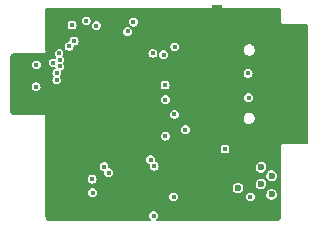
<source format=gbr>
%TF.GenerationSoftware,KiCad,Pcbnew,6.0.4*%
%TF.CreationDate,2022-06-17T00:24:20+08:00*%
%TF.ProjectId,holocubic,686f6c6f-6375-4626-9963-2e6b69636164,rev?*%
%TF.SameCoordinates,Original*%
%TF.FileFunction,Copper,L2,Inr*%
%TF.FilePolarity,Positive*%
%FSLAX46Y46*%
G04 Gerber Fmt 4.6, Leading zero omitted, Abs format (unit mm)*
G04 Created by KiCad (PCBNEW 6.0.4) date 2022-06-17 00:24:20*
%MOMM*%
%LPD*%
G01*
G04 APERTURE LIST*
%TA.AperFunction,ComponentPad*%
%ADD10R,0.900000X0.500000*%
%TD*%
%TA.AperFunction,ComponentPad*%
%ADD11O,1.600000X1.000000*%
%TD*%
%TA.AperFunction,ComponentPad*%
%ADD12O,2.100000X1.000000*%
%TD*%
%TA.AperFunction,ViaPad*%
%ADD13C,0.450000*%
%TD*%
%TA.AperFunction,ViaPad*%
%ADD14C,0.600000*%
%TD*%
%TA.AperFunction,ViaPad*%
%ADD15C,0.420000*%
%TD*%
G04 APERTURE END LIST*
D10*
%TO.N,GND*%
%TO.C,AE1*%
X137650000Y-101825000D03*
%TD*%
D11*
%TO.N,GND*%
%TO.C,J2*%
X144050000Y-112570000D03*
D12*
X139870000Y-103930000D03*
D11*
X144050000Y-103930000D03*
D12*
X139870000Y-112570000D03*
%TD*%
D13*
%TO.N,GND*%
X142700000Y-114100000D03*
X134900000Y-110200000D03*
X142150000Y-109300000D03*
X129675000Y-109800000D03*
X120700000Y-107000000D03*
X132900000Y-118800000D03*
X126800000Y-107400000D03*
X123700000Y-117800000D03*
X142600000Y-104700000D03*
X135200000Y-103950000D03*
X128000000Y-110500000D03*
X136300000Y-112200000D03*
X128000000Y-102150000D03*
X137000000Y-102150000D03*
X142400000Y-119100000D03*
X142900000Y-110600000D03*
X125800000Y-113500000D03*
X123450000Y-104450000D03*
X135650000Y-103300000D03*
X129700000Y-109100000D03*
X128100000Y-117000000D03*
X128175000Y-117675000D03*
X130475000Y-109100000D03*
X139850000Y-102200000D03*
X137200000Y-104400000D03*
X125000000Y-119300000D03*
X131500000Y-116600000D03*
X124300000Y-119300000D03*
X137500000Y-106900000D03*
X134400000Y-103950000D03*
X138000000Y-104000000D03*
X124600000Y-103950000D03*
X134600000Y-109100000D03*
X132600000Y-103850000D03*
X134650000Y-104600000D03*
X130000000Y-102150000D03*
X128100000Y-111200000D03*
X140900000Y-102150000D03*
X123600000Y-102950000D03*
X142900000Y-107000000D03*
X123700000Y-116700000D03*
X128900000Y-109100000D03*
X133000000Y-102150000D03*
X135200000Y-105500000D03*
X136850000Y-102900000D03*
X134700000Y-102200000D03*
X143150000Y-109600000D03*
X144200000Y-109500000D03*
X120700000Y-108400000D03*
X142750000Y-102200000D03*
X144000000Y-105500000D03*
X128900000Y-110500000D03*
X134000000Y-102150000D03*
X131000000Y-102150000D03*
X141500000Y-119100000D03*
X120700000Y-107700000D03*
X142500000Y-113200000D03*
X138450000Y-103150000D03*
X139400000Y-102850000D03*
X130400000Y-111200000D03*
X123700000Y-114700000D03*
X137100000Y-103700000D03*
X138100000Y-119400000D03*
X136300000Y-102100000D03*
X142900000Y-105800000D03*
X126000000Y-102150000D03*
X124000000Y-102150000D03*
X125650000Y-119250000D03*
X139000000Y-102150000D03*
X138200000Y-102400000D03*
X136500000Y-111500000D03*
X136600000Y-104850000D03*
X141450000Y-105100000D03*
X142900000Y-108400000D03*
X123700000Y-118800000D03*
X136050000Y-102750000D03*
X137600000Y-106200000D03*
X136850000Y-106700000D03*
X141650000Y-103650000D03*
X127000000Y-102150000D03*
X138900000Y-119000000D03*
X130400000Y-110500000D03*
X128337500Y-103400000D03*
X128100000Y-109100000D03*
X134200000Y-118450000D03*
X136600000Y-106000000D03*
X129600000Y-111200000D03*
X137650000Y-102850000D03*
X128900000Y-111200000D03*
X132200000Y-116600000D03*
X122500000Y-110500000D03*
X136300000Y-103800000D03*
X130500000Y-109800000D03*
X135550000Y-104600000D03*
X120700000Y-106250000D03*
X144000000Y-111000000D03*
X123700000Y-115700000D03*
X141450000Y-102850000D03*
X132200000Y-113500000D03*
X126300000Y-103700000D03*
X141850000Y-102200000D03*
X137100000Y-108500000D03*
X141750000Y-106000000D03*
X132400000Y-104500000D03*
X144000000Y-108000000D03*
X142600000Y-111600000D03*
X120700000Y-109100000D03*
X132500000Y-115900000D03*
X128900000Y-109800000D03*
X131400000Y-118900000D03*
X137100000Y-107600000D03*
X144000000Y-107000000D03*
X140600000Y-119100000D03*
X133700000Y-118800000D03*
X121100000Y-110400000D03*
X136450000Y-107900000D03*
X129000000Y-102150000D03*
X132000000Y-102150000D03*
X142300000Y-102850000D03*
X121800000Y-110000000D03*
X125000000Y-102150000D03*
X124450000Y-103000000D03*
X128100000Y-109800000D03*
X120700000Y-109800000D03*
X140425000Y-102700000D03*
X137600000Y-105000000D03*
X123850000Y-103700000D03*
X142000000Y-107450000D03*
X139700000Y-119500000D03*
X141850000Y-108400000D03*
X133400000Y-104100000D03*
X129625000Y-110500000D03*
X128937500Y-102850000D03*
X142550000Y-103800000D03*
%TO.N,+5V*%
X132300000Y-119400000D03*
X127150000Y-117450000D03*
D14*
X139450000Y-117050000D03*
D13*
%TO.N,+3V3*%
X134100000Y-105100000D03*
X140500000Y-117800000D03*
X123800000Y-106450000D03*
D14*
X141400000Y-116700000D03*
X142300000Y-117600000D03*
D13*
X134000000Y-117800000D03*
X134070000Y-110800000D03*
X127100000Y-116300000D03*
X126600000Y-102900000D03*
D14*
X141400000Y-115300000D03*
X142300000Y-116000000D03*
D13*
X138350000Y-113750000D03*
X130600000Y-103000000D03*
X130100000Y-103800000D03*
%TO.N,/RST*%
X127447500Y-103302500D03*
%TO.N,Net-(C12-Pad2)*%
X122350000Y-108480000D03*
%TO.N,Net-(C17-Pad1)*%
X122380000Y-106620000D03*
%TO.N,Net-(J2-PadA5)*%
X140350000Y-109400000D03*
%TO.N,/USB_D+*%
X128114309Y-115235691D03*
X132050000Y-114650000D03*
%TO.N,/USB_D-*%
X132350000Y-115200000D03*
X128500000Y-115750000D03*
%TO.N,Net-(J2-PadB5)*%
X140300000Y-107350000D03*
%TO.N,Net-(TP7-Pad1)*%
X133300000Y-112650000D03*
%TO.N,Net-(TP8-Pad1)*%
X135000000Y-112100000D03*
%TO.N,/TX0*%
X133297279Y-109575500D03*
%TO.N,/RX0*%
X133278619Y-108321381D03*
%TO.N,/IO0*%
X125400000Y-103250000D03*
D15*
%TO.N,/I2S_DACDAT*%
X124350000Y-106200000D03*
%TO.N,/I2S_MCK*%
X124300000Y-105650000D03*
D13*
%TO.N,/I2C_SDA*%
X125575000Y-104600000D03*
%TO.N,/I2C_SCL*%
X133154500Y-105750000D03*
X132245500Y-105635500D03*
X125150000Y-105050000D03*
D15*
%TO.N,/I2S_LRCK*%
X124100000Y-107900000D03*
%TO.N,/I2S_BCLK*%
X124100000Y-107300000D03*
%TO.N,/I2S_ADCDAT*%
X124350000Y-106750000D03*
%TD*%
%TA.AperFunction,Conductor*%
%TO.N,GND*%
G36*
X143072429Y-101867313D02*
G01*
X143097739Y-101911150D01*
X143098863Y-101923956D01*
X143099483Y-102970464D01*
X143096962Y-102989658D01*
X143094191Y-103000000D01*
X143099512Y-103019858D01*
X143099512Y-103019903D01*
X143099545Y-103020026D01*
X143104606Y-103038871D01*
X143104594Y-103038874D01*
X143104616Y-103038909D01*
X143115065Y-103077904D01*
X143115099Y-103077938D01*
X143115111Y-103077984D01*
X143144069Y-103106908D01*
X143172096Y-103134935D01*
X143172141Y-103134947D01*
X143172175Y-103134981D01*
X143184490Y-103138273D01*
X143211207Y-103145415D01*
X143211246Y-103145426D01*
X143230062Y-103150467D01*
X143230065Y-103150468D01*
X143230186Y-103150500D01*
X143230226Y-103150500D01*
X143230231Y-103150501D01*
X143240677Y-103153293D01*
X143240680Y-103153293D01*
X143250092Y-103155809D01*
X143259501Y-103153282D01*
X143259502Y-103153282D01*
X143260429Y-103153033D01*
X143279623Y-103150500D01*
X145275500Y-103150500D01*
X145323066Y-103167813D01*
X145348376Y-103211650D01*
X145349500Y-103224500D01*
X145349500Y-113275500D01*
X145332187Y-113323066D01*
X145288350Y-113348376D01*
X145275500Y-113349500D01*
X143279557Y-113349500D01*
X143260406Y-113346979D01*
X143250000Y-113344191D01*
X143230186Y-113349500D01*
X143172096Y-113365065D01*
X143115065Y-113422095D01*
X143094191Y-113500000D01*
X143096712Y-113509408D01*
X143096979Y-113510404D01*
X143099500Y-113529557D01*
X143099500Y-119470443D01*
X143096979Y-119489594D01*
X143094191Y-119500000D01*
X143096713Y-119509411D01*
X143096713Y-119516318D01*
X143096080Y-119525980D01*
X143088862Y-119580801D01*
X143083862Y-119599459D01*
X143056404Y-119665749D01*
X143046748Y-119682476D01*
X143003060Y-119739411D01*
X142989411Y-119753060D01*
X142932476Y-119796748D01*
X142915749Y-119806404D01*
X142849459Y-119833862D01*
X142830801Y-119838862D01*
X142801756Y-119842686D01*
X142775976Y-119846080D01*
X142766318Y-119846713D01*
X142759411Y-119846713D01*
X142750000Y-119844191D01*
X142740591Y-119846712D01*
X142740429Y-119846756D01*
X142739594Y-119846979D01*
X142720443Y-119849500D01*
X132553149Y-119849500D01*
X132505583Y-119832187D01*
X132480273Y-119788350D01*
X132489063Y-119738500D01*
X132514257Y-119714590D01*
X132513566Y-119713638D01*
X132518273Y-119710219D01*
X132523465Y-119707573D01*
X132607573Y-119623465D01*
X132610217Y-119618276D01*
X132610219Y-119618273D01*
X132658928Y-119522676D01*
X132658929Y-119522673D01*
X132661574Y-119517482D01*
X132662485Y-119511730D01*
X132662486Y-119511727D01*
X132679270Y-119405752D01*
X132680181Y-119400000D01*
X132679270Y-119394248D01*
X132662486Y-119288273D01*
X132662485Y-119288270D01*
X132661574Y-119282518D01*
X132658928Y-119277324D01*
X132610219Y-119181727D01*
X132610217Y-119181724D01*
X132607573Y-119176535D01*
X132523465Y-119092427D01*
X132518276Y-119089783D01*
X132518273Y-119089781D01*
X132422676Y-119041072D01*
X132422673Y-119041071D01*
X132417482Y-119038426D01*
X132411730Y-119037515D01*
X132411727Y-119037514D01*
X132305752Y-119020730D01*
X132300000Y-119019819D01*
X132294248Y-119020730D01*
X132188273Y-119037514D01*
X132188270Y-119037515D01*
X132182518Y-119038426D01*
X132177327Y-119041071D01*
X132177324Y-119041072D01*
X132081727Y-119089781D01*
X132081724Y-119089783D01*
X132076535Y-119092427D01*
X131992427Y-119176535D01*
X131989783Y-119181724D01*
X131989781Y-119181727D01*
X131941072Y-119277324D01*
X131938426Y-119282518D01*
X131937515Y-119288270D01*
X131937514Y-119288273D01*
X131920730Y-119394248D01*
X131919819Y-119400000D01*
X131920730Y-119405752D01*
X131937514Y-119511727D01*
X131937515Y-119511730D01*
X131938426Y-119517482D01*
X131941071Y-119522673D01*
X131941072Y-119522676D01*
X131989781Y-119618273D01*
X131989783Y-119618276D01*
X131992427Y-119623465D01*
X132076535Y-119707573D01*
X132081727Y-119710219D01*
X132086434Y-119713638D01*
X132085476Y-119714957D01*
X132114970Y-119746589D01*
X132117616Y-119797139D01*
X132087151Y-119837564D01*
X132046851Y-119849500D01*
X123529557Y-119849500D01*
X123510406Y-119846979D01*
X123509571Y-119846756D01*
X123509409Y-119846712D01*
X123500000Y-119844191D01*
X123490589Y-119846713D01*
X123483682Y-119846713D01*
X123474024Y-119846080D01*
X123448244Y-119842686D01*
X123419199Y-119838862D01*
X123400541Y-119833862D01*
X123334251Y-119806404D01*
X123317524Y-119796748D01*
X123260589Y-119753060D01*
X123246940Y-119739411D01*
X123203252Y-119682476D01*
X123193596Y-119665749D01*
X123166138Y-119599459D01*
X123161138Y-119580801D01*
X123153920Y-119525980D01*
X123153287Y-119516318D01*
X123153287Y-119509411D01*
X123155809Y-119500000D01*
X123153021Y-119489594D01*
X123150500Y-119470443D01*
X123150500Y-117450000D01*
X126769819Y-117450000D01*
X126770730Y-117455752D01*
X126787514Y-117561727D01*
X126787515Y-117561730D01*
X126788426Y-117567482D01*
X126791071Y-117572673D01*
X126791072Y-117572676D01*
X126839781Y-117668273D01*
X126839783Y-117668276D01*
X126842427Y-117673465D01*
X126926535Y-117757573D01*
X126931724Y-117760217D01*
X126931727Y-117760219D01*
X127027324Y-117808928D01*
X127027327Y-117808929D01*
X127032518Y-117811574D01*
X127038270Y-117812485D01*
X127038273Y-117812486D01*
X127144248Y-117829270D01*
X127150000Y-117830181D01*
X127155752Y-117829270D01*
X127261727Y-117812486D01*
X127261730Y-117812485D01*
X127267482Y-117811574D01*
X127272673Y-117808929D01*
X127272676Y-117808928D01*
X127290198Y-117800000D01*
X133619819Y-117800000D01*
X133620730Y-117805752D01*
X133637514Y-117911727D01*
X133637515Y-117911730D01*
X133638426Y-117917482D01*
X133641071Y-117922673D01*
X133641072Y-117922676D01*
X133689781Y-118018273D01*
X133689783Y-118018276D01*
X133692427Y-118023465D01*
X133776535Y-118107573D01*
X133781724Y-118110217D01*
X133781727Y-118110219D01*
X133877324Y-118158928D01*
X133877327Y-118158929D01*
X133882518Y-118161574D01*
X133888270Y-118162485D01*
X133888273Y-118162486D01*
X133994248Y-118179270D01*
X134000000Y-118180181D01*
X134005752Y-118179270D01*
X134111727Y-118162486D01*
X134111730Y-118162485D01*
X134117482Y-118161574D01*
X134122673Y-118158929D01*
X134122676Y-118158928D01*
X134218273Y-118110219D01*
X134218276Y-118110217D01*
X134223465Y-118107573D01*
X134307573Y-118023465D01*
X134310217Y-118018276D01*
X134310219Y-118018273D01*
X134358928Y-117922676D01*
X134358929Y-117922673D01*
X134361574Y-117917482D01*
X134362485Y-117911730D01*
X134362486Y-117911727D01*
X134379270Y-117805752D01*
X134380181Y-117800000D01*
X140119819Y-117800000D01*
X140120730Y-117805752D01*
X140137514Y-117911727D01*
X140137515Y-117911730D01*
X140138426Y-117917482D01*
X140141071Y-117922673D01*
X140141072Y-117922676D01*
X140189781Y-118018273D01*
X140189783Y-118018276D01*
X140192427Y-118023465D01*
X140276535Y-118107573D01*
X140281724Y-118110217D01*
X140281727Y-118110219D01*
X140377324Y-118158928D01*
X140377327Y-118158929D01*
X140382518Y-118161574D01*
X140388270Y-118162485D01*
X140388273Y-118162486D01*
X140494248Y-118179270D01*
X140500000Y-118180181D01*
X140505752Y-118179270D01*
X140611727Y-118162486D01*
X140611730Y-118162485D01*
X140617482Y-118161574D01*
X140622673Y-118158929D01*
X140622676Y-118158928D01*
X140718273Y-118110219D01*
X140718276Y-118110217D01*
X140723465Y-118107573D01*
X140807573Y-118023465D01*
X140810217Y-118018276D01*
X140810219Y-118018273D01*
X140858928Y-117922676D01*
X140858929Y-117922673D01*
X140861574Y-117917482D01*
X140862485Y-117911730D01*
X140862486Y-117911727D01*
X140879270Y-117805752D01*
X140880181Y-117800000D01*
X140879270Y-117794248D01*
X140862486Y-117688273D01*
X140862485Y-117688270D01*
X140861574Y-117682518D01*
X140858928Y-117677324D01*
X140816697Y-117594440D01*
X141844901Y-117594440D01*
X141845584Y-117599663D01*
X141845584Y-117599666D01*
X141856419Y-117682518D01*
X141861633Y-117722394D01*
X141913605Y-117840510D01*
X141996639Y-117939291D01*
X142104060Y-118010796D01*
X142109092Y-118012368D01*
X142109094Y-118012369D01*
X142144611Y-118023465D01*
X142227233Y-118049278D01*
X142232501Y-118049375D01*
X142232504Y-118049375D01*
X142286552Y-118050365D01*
X142356255Y-118051643D01*
X142361338Y-118050257D01*
X142361340Y-118050257D01*
X142475671Y-118019086D01*
X142480755Y-118017700D01*
X142590724Y-117950179D01*
X142677322Y-117854507D01*
X142733588Y-117738375D01*
X142754997Y-117611120D01*
X142755133Y-117600000D01*
X142741047Y-117501643D01*
X142737586Y-117477472D01*
X142737585Y-117477469D01*
X142736839Y-117472259D01*
X142729334Y-117455752D01*
X142685610Y-117359586D01*
X142685608Y-117359583D01*
X142683428Y-117354788D01*
X142676003Y-117346170D01*
X142602633Y-117261020D01*
X142602632Y-117261019D01*
X142599193Y-117257028D01*
X142594774Y-117254164D01*
X142594772Y-117254162D01*
X142523931Y-117208247D01*
X142490906Y-117186841D01*
X142485857Y-117185331D01*
X142485855Y-117185330D01*
X142372326Y-117151377D01*
X142372325Y-117151377D01*
X142367273Y-117149866D01*
X142301771Y-117149466D01*
X142243501Y-117149110D01*
X142243500Y-117149110D01*
X142238231Y-117149078D01*
X142114155Y-117184539D01*
X142005019Y-117253399D01*
X142001531Y-117257348D01*
X142001529Y-117257350D01*
X141998288Y-117261020D01*
X141919596Y-117350122D01*
X141917357Y-117354891D01*
X141917355Y-117354894D01*
X141901206Y-117389291D01*
X141864754Y-117466932D01*
X141844901Y-117594440D01*
X140816697Y-117594440D01*
X140810219Y-117581727D01*
X140810217Y-117581724D01*
X140807573Y-117576535D01*
X140723465Y-117492427D01*
X140718276Y-117489783D01*
X140718273Y-117489781D01*
X140622676Y-117441072D01*
X140622673Y-117441071D01*
X140617482Y-117438426D01*
X140611730Y-117437515D01*
X140611727Y-117437514D01*
X140505752Y-117420730D01*
X140500000Y-117419819D01*
X140494248Y-117420730D01*
X140388273Y-117437514D01*
X140388270Y-117437515D01*
X140382518Y-117438426D01*
X140377327Y-117441071D01*
X140377324Y-117441072D01*
X140281727Y-117489781D01*
X140281724Y-117489783D01*
X140276535Y-117492427D01*
X140192427Y-117576535D01*
X140189783Y-117581724D01*
X140189781Y-117581727D01*
X140141072Y-117677324D01*
X140138426Y-117682518D01*
X140137515Y-117688270D01*
X140137514Y-117688273D01*
X140120730Y-117794248D01*
X140119819Y-117800000D01*
X134380181Y-117800000D01*
X134379270Y-117794248D01*
X134362486Y-117688273D01*
X134362485Y-117688270D01*
X134361574Y-117682518D01*
X134358928Y-117677324D01*
X134310219Y-117581727D01*
X134310217Y-117581724D01*
X134307573Y-117576535D01*
X134223465Y-117492427D01*
X134218276Y-117489783D01*
X134218273Y-117489781D01*
X134122676Y-117441072D01*
X134122673Y-117441071D01*
X134117482Y-117438426D01*
X134111730Y-117437515D01*
X134111727Y-117437514D01*
X134005752Y-117420730D01*
X134000000Y-117419819D01*
X133994248Y-117420730D01*
X133888273Y-117437514D01*
X133888270Y-117437515D01*
X133882518Y-117438426D01*
X133877327Y-117441071D01*
X133877324Y-117441072D01*
X133781727Y-117489781D01*
X133781724Y-117489783D01*
X133776535Y-117492427D01*
X133692427Y-117576535D01*
X133689783Y-117581724D01*
X133689781Y-117581727D01*
X133641072Y-117677324D01*
X133638426Y-117682518D01*
X133637515Y-117688270D01*
X133637514Y-117688273D01*
X133620730Y-117794248D01*
X133619819Y-117800000D01*
X127290198Y-117800000D01*
X127368273Y-117760219D01*
X127368276Y-117760217D01*
X127373465Y-117757573D01*
X127457573Y-117673465D01*
X127460217Y-117668276D01*
X127460219Y-117668273D01*
X127508928Y-117572676D01*
X127508929Y-117572673D01*
X127511574Y-117567482D01*
X127512485Y-117561730D01*
X127512486Y-117561727D01*
X127529270Y-117455752D01*
X127530181Y-117450000D01*
X127521671Y-117396269D01*
X127512486Y-117338273D01*
X127512485Y-117338270D01*
X127511574Y-117332518D01*
X127508928Y-117327324D01*
X127460219Y-117231727D01*
X127460217Y-117231724D01*
X127457573Y-117226535D01*
X127373465Y-117142427D01*
X127368276Y-117139783D01*
X127368273Y-117139781D01*
X127272676Y-117091072D01*
X127272673Y-117091071D01*
X127267482Y-117088426D01*
X127261730Y-117087515D01*
X127261727Y-117087514D01*
X127155752Y-117070730D01*
X127150000Y-117069819D01*
X127144248Y-117070730D01*
X127038273Y-117087514D01*
X127038270Y-117087515D01*
X127032518Y-117088426D01*
X127027327Y-117091071D01*
X127027324Y-117091072D01*
X126931727Y-117139781D01*
X126931724Y-117139783D01*
X126926535Y-117142427D01*
X126842427Y-117226535D01*
X126839783Y-117231724D01*
X126839781Y-117231727D01*
X126791072Y-117327324D01*
X126788426Y-117332518D01*
X126787515Y-117338270D01*
X126787514Y-117338273D01*
X126778329Y-117396269D01*
X126769819Y-117450000D01*
X123150500Y-117450000D01*
X123150500Y-117044440D01*
X138994901Y-117044440D01*
X138995584Y-117049663D01*
X138995584Y-117049666D01*
X139008907Y-117151546D01*
X139011633Y-117172394D01*
X139013756Y-117177219D01*
X139046039Y-117250587D01*
X139063605Y-117290510D01*
X139146639Y-117389291D01*
X139254060Y-117460796D01*
X139259092Y-117462368D01*
X139259094Y-117462369D01*
X139290376Y-117472142D01*
X139377233Y-117499278D01*
X139382501Y-117499375D01*
X139382504Y-117499375D01*
X139436552Y-117500365D01*
X139506255Y-117501643D01*
X139511338Y-117500257D01*
X139511340Y-117500257D01*
X139625671Y-117469086D01*
X139630755Y-117467700D01*
X139740724Y-117400179D01*
X139827322Y-117304507D01*
X139883588Y-117188375D01*
X139904997Y-117061120D01*
X139905133Y-117050000D01*
X139903591Y-117039234D01*
X139887586Y-116927472D01*
X139887585Y-116927469D01*
X139886839Y-116922259D01*
X139882247Y-116912159D01*
X139835610Y-116809586D01*
X139835608Y-116809583D01*
X139833428Y-116804788D01*
X139826003Y-116796170D01*
X139752633Y-116711020D01*
X139752632Y-116711019D01*
X139749193Y-116707028D01*
X139744774Y-116704164D01*
X139744772Y-116704162D01*
X139729772Y-116694440D01*
X140944901Y-116694440D01*
X140945584Y-116699663D01*
X140945584Y-116699666D01*
X140959345Y-116804894D01*
X140961633Y-116822394D01*
X140963756Y-116827219D01*
X141003465Y-116917464D01*
X141013605Y-116940510D01*
X141096639Y-117039291D01*
X141204060Y-117110796D01*
X141209092Y-117112368D01*
X141209094Y-117112369D01*
X141244714Y-117123497D01*
X141327233Y-117149278D01*
X141332501Y-117149375D01*
X141332504Y-117149375D01*
X141386552Y-117150365D01*
X141456255Y-117151643D01*
X141461338Y-117150257D01*
X141461340Y-117150257D01*
X141575671Y-117119086D01*
X141580755Y-117117700D01*
X141690724Y-117050179D01*
X141777322Y-116954507D01*
X141833588Y-116838375D01*
X141854997Y-116711120D01*
X141855133Y-116700000D01*
X141849251Y-116658928D01*
X141837586Y-116577472D01*
X141837585Y-116577469D01*
X141836839Y-116572259D01*
X141832247Y-116562159D01*
X141785610Y-116459586D01*
X141785608Y-116459583D01*
X141783428Y-116454788D01*
X141778681Y-116449278D01*
X141702633Y-116361020D01*
X141702632Y-116361019D01*
X141699193Y-116357028D01*
X141694774Y-116354164D01*
X141694772Y-116354162D01*
X141595329Y-116289708D01*
X141595330Y-116289708D01*
X141590906Y-116286841D01*
X141585857Y-116285331D01*
X141585855Y-116285330D01*
X141472326Y-116251377D01*
X141472325Y-116251377D01*
X141467273Y-116249866D01*
X141401771Y-116249466D01*
X141343501Y-116249110D01*
X141343500Y-116249110D01*
X141338231Y-116249078D01*
X141214155Y-116284539D01*
X141105019Y-116353399D01*
X141101531Y-116357348D01*
X141101529Y-116357350D01*
X141098288Y-116361020D01*
X141019596Y-116450122D01*
X141017357Y-116454891D01*
X141017355Y-116454894D01*
X140987599Y-116518273D01*
X140964754Y-116566932D01*
X140944901Y-116694440D01*
X139729772Y-116694440D01*
X139645329Y-116639708D01*
X139645330Y-116639708D01*
X139640906Y-116636841D01*
X139635857Y-116635331D01*
X139635855Y-116635330D01*
X139522326Y-116601377D01*
X139522325Y-116601377D01*
X139517273Y-116599866D01*
X139451771Y-116599466D01*
X139393501Y-116599110D01*
X139393500Y-116599110D01*
X139388231Y-116599078D01*
X139264155Y-116634539D01*
X139155019Y-116703399D01*
X139151531Y-116707348D01*
X139151529Y-116707350D01*
X139115845Y-116747755D01*
X139069596Y-116800122D01*
X139067357Y-116804891D01*
X139067355Y-116804894D01*
X139023892Y-116897469D01*
X139014754Y-116916932D01*
X138994901Y-117044440D01*
X123150500Y-117044440D01*
X123150500Y-116300000D01*
X126719819Y-116300000D01*
X126720730Y-116305752D01*
X126737514Y-116411727D01*
X126737515Y-116411730D01*
X126738426Y-116417482D01*
X126741071Y-116422673D01*
X126741072Y-116422676D01*
X126789781Y-116518273D01*
X126789783Y-116518276D01*
X126792427Y-116523465D01*
X126876535Y-116607573D01*
X126881724Y-116610217D01*
X126881727Y-116610219D01*
X126977324Y-116658928D01*
X126977327Y-116658929D01*
X126982518Y-116661574D01*
X126988270Y-116662485D01*
X126988273Y-116662486D01*
X127094248Y-116679270D01*
X127100000Y-116680181D01*
X127105752Y-116679270D01*
X127211727Y-116662486D01*
X127211730Y-116662485D01*
X127217482Y-116661574D01*
X127222673Y-116658929D01*
X127222676Y-116658928D01*
X127318273Y-116610219D01*
X127318276Y-116610217D01*
X127323465Y-116607573D01*
X127407573Y-116523465D01*
X127410217Y-116518276D01*
X127410219Y-116518273D01*
X127458928Y-116422676D01*
X127458929Y-116422673D01*
X127461574Y-116417482D01*
X127462485Y-116411730D01*
X127462486Y-116411727D01*
X127479270Y-116305752D01*
X127480181Y-116300000D01*
X127478551Y-116289708D01*
X127462486Y-116188273D01*
X127462485Y-116188270D01*
X127461574Y-116182518D01*
X127441501Y-116143122D01*
X127410219Y-116081727D01*
X127410217Y-116081724D01*
X127407573Y-116076535D01*
X127323465Y-115992427D01*
X127318276Y-115989783D01*
X127318273Y-115989781D01*
X127222676Y-115941072D01*
X127222673Y-115941071D01*
X127217482Y-115938426D01*
X127211730Y-115937515D01*
X127211727Y-115937514D01*
X127105752Y-115920730D01*
X127100000Y-115919819D01*
X127094248Y-115920730D01*
X126988273Y-115937514D01*
X126988270Y-115937515D01*
X126982518Y-115938426D01*
X126977327Y-115941071D01*
X126977324Y-115941072D01*
X126881727Y-115989781D01*
X126881724Y-115989783D01*
X126876535Y-115992427D01*
X126792427Y-116076535D01*
X126789783Y-116081724D01*
X126789781Y-116081727D01*
X126758499Y-116143122D01*
X126738426Y-116182518D01*
X126737515Y-116188270D01*
X126737514Y-116188273D01*
X126721449Y-116289708D01*
X126719819Y-116300000D01*
X123150500Y-116300000D01*
X123150500Y-115235691D01*
X127734128Y-115235691D01*
X127735039Y-115241443D01*
X127751823Y-115347418D01*
X127751824Y-115347421D01*
X127752735Y-115353173D01*
X127755380Y-115358364D01*
X127755381Y-115358367D01*
X127804090Y-115453964D01*
X127804092Y-115453967D01*
X127806736Y-115459156D01*
X127890844Y-115543264D01*
X127896033Y-115545908D01*
X127896036Y-115545910D01*
X127991633Y-115594619D01*
X127991636Y-115594620D01*
X127996827Y-115597265D01*
X128002579Y-115598176D01*
X128002582Y-115598177D01*
X128067319Y-115608430D01*
X128111592Y-115632971D01*
X128129732Y-115680228D01*
X128128832Y-115693092D01*
X128119819Y-115750000D01*
X128120730Y-115755752D01*
X128137514Y-115861727D01*
X128137515Y-115861730D01*
X128138426Y-115867482D01*
X128141071Y-115872673D01*
X128141072Y-115872676D01*
X128189781Y-115968273D01*
X128189783Y-115968276D01*
X128192427Y-115973465D01*
X128276535Y-116057573D01*
X128281724Y-116060217D01*
X128281727Y-116060219D01*
X128377324Y-116108928D01*
X128377327Y-116108929D01*
X128382518Y-116111574D01*
X128388270Y-116112485D01*
X128388273Y-116112486D01*
X128494248Y-116129270D01*
X128500000Y-116130181D01*
X128505752Y-116129270D01*
X128611727Y-116112486D01*
X128611730Y-116112485D01*
X128617482Y-116111574D01*
X128622673Y-116108929D01*
X128622676Y-116108928D01*
X128718273Y-116060219D01*
X128718276Y-116060217D01*
X128723465Y-116057573D01*
X128786598Y-115994440D01*
X141844901Y-115994440D01*
X141845584Y-115999663D01*
X141845584Y-115999666D01*
X141855098Y-116072416D01*
X141861633Y-116122394D01*
X141913605Y-116240510D01*
X141996639Y-116339291D01*
X142104060Y-116410796D01*
X142109092Y-116412368D01*
X142109094Y-116412369D01*
X142142085Y-116422676D01*
X142227233Y-116449278D01*
X142232501Y-116449375D01*
X142232504Y-116449375D01*
X142286552Y-116450365D01*
X142356255Y-116451643D01*
X142361338Y-116450257D01*
X142361340Y-116450257D01*
X142475671Y-116419086D01*
X142480755Y-116417700D01*
X142590724Y-116350179D01*
X142677322Y-116254507D01*
X142733588Y-116138375D01*
X142754997Y-116011120D01*
X142755133Y-116000000D01*
X142736839Y-115872259D01*
X142732247Y-115862159D01*
X142685610Y-115759586D01*
X142685608Y-115759583D01*
X142683428Y-115754788D01*
X142679303Y-115750000D01*
X142602633Y-115661020D01*
X142602632Y-115661019D01*
X142599193Y-115657028D01*
X142594774Y-115654164D01*
X142594772Y-115654162D01*
X142523931Y-115608247D01*
X142490906Y-115586841D01*
X142485857Y-115585331D01*
X142485855Y-115585330D01*
X142372326Y-115551377D01*
X142372325Y-115551377D01*
X142367273Y-115549866D01*
X142301771Y-115549466D01*
X142243501Y-115549110D01*
X142243500Y-115549110D01*
X142238231Y-115549078D01*
X142114155Y-115584539D01*
X142005019Y-115653399D01*
X142001531Y-115657348D01*
X142001529Y-115657350D01*
X141998288Y-115661020D01*
X141919596Y-115750122D01*
X141917357Y-115754891D01*
X141917355Y-115754894D01*
X141873892Y-115847469D01*
X141864754Y-115866932D01*
X141844901Y-115994440D01*
X128786598Y-115994440D01*
X128807573Y-115973465D01*
X128810217Y-115968276D01*
X128810219Y-115968273D01*
X128858928Y-115872676D01*
X128858929Y-115872673D01*
X128861574Y-115867482D01*
X128862485Y-115861730D01*
X128862486Y-115861727D01*
X128879270Y-115755752D01*
X128880181Y-115750000D01*
X128873509Y-115707875D01*
X128862486Y-115638273D01*
X128862485Y-115638270D01*
X128861574Y-115632518D01*
X128858928Y-115627324D01*
X128810219Y-115531727D01*
X128810217Y-115531724D01*
X128807573Y-115526535D01*
X128723465Y-115442427D01*
X128718276Y-115439783D01*
X128718273Y-115439781D01*
X128622676Y-115391072D01*
X128622673Y-115391071D01*
X128617482Y-115388426D01*
X128611730Y-115387515D01*
X128611727Y-115387514D01*
X128546990Y-115377261D01*
X128502717Y-115352720D01*
X128484577Y-115305463D01*
X128485477Y-115292596D01*
X128486010Y-115289234D01*
X128494490Y-115235691D01*
X128482844Y-115162159D01*
X128476795Y-115123964D01*
X128476794Y-115123961D01*
X128475883Y-115118209D01*
X128457698Y-115082518D01*
X128424528Y-115017418D01*
X128424526Y-115017415D01*
X128421882Y-115012226D01*
X128337774Y-114928118D01*
X128332585Y-114925474D01*
X128332582Y-114925472D01*
X128236985Y-114876763D01*
X128236982Y-114876762D01*
X128231791Y-114874117D01*
X128226039Y-114873206D01*
X128226036Y-114873205D01*
X128120061Y-114856421D01*
X128114309Y-114855510D01*
X128108557Y-114856421D01*
X128002582Y-114873205D01*
X128002579Y-114873206D01*
X127996827Y-114874117D01*
X127991636Y-114876762D01*
X127991633Y-114876763D01*
X127896036Y-114925472D01*
X127896033Y-114925474D01*
X127890844Y-114928118D01*
X127806736Y-115012226D01*
X127804092Y-115017415D01*
X127804090Y-115017418D01*
X127770920Y-115082518D01*
X127752735Y-115118209D01*
X127751824Y-115123961D01*
X127751823Y-115123964D01*
X127745774Y-115162159D01*
X127734128Y-115235691D01*
X123150500Y-115235691D01*
X123150500Y-114650000D01*
X131669819Y-114650000D01*
X131670730Y-114655752D01*
X131687514Y-114761727D01*
X131687515Y-114761730D01*
X131688426Y-114767482D01*
X131691071Y-114772673D01*
X131691072Y-114772676D01*
X131739781Y-114868273D01*
X131739783Y-114868276D01*
X131742427Y-114873465D01*
X131826535Y-114957573D01*
X131831724Y-114960217D01*
X131831727Y-114960219D01*
X131918552Y-115004458D01*
X131932518Y-115011574D01*
X131936909Y-115012269D01*
X131976301Y-115043045D01*
X131986634Y-115093834D01*
X131969819Y-115200000D01*
X131970730Y-115205752D01*
X131987514Y-115311727D01*
X131987515Y-115311730D01*
X131988426Y-115317482D01*
X131991071Y-115322673D01*
X131991072Y-115322676D01*
X132039781Y-115418273D01*
X132039783Y-115418276D01*
X132042427Y-115423465D01*
X132126535Y-115507573D01*
X132131724Y-115510217D01*
X132131727Y-115510219D01*
X132227324Y-115558928D01*
X132227327Y-115558929D01*
X132232518Y-115561574D01*
X132238270Y-115562485D01*
X132238273Y-115562486D01*
X132344248Y-115579270D01*
X132350000Y-115580181D01*
X132355752Y-115579270D01*
X132461727Y-115562486D01*
X132461730Y-115562485D01*
X132467482Y-115561574D01*
X132472673Y-115558929D01*
X132472676Y-115558928D01*
X132568273Y-115510219D01*
X132568276Y-115510217D01*
X132573465Y-115507573D01*
X132657573Y-115423465D01*
X132660217Y-115418276D01*
X132660219Y-115418273D01*
X132708928Y-115322676D01*
X132708929Y-115322673D01*
X132711574Y-115317482D01*
X132712485Y-115311730D01*
X132712486Y-115311727D01*
X132715224Y-115294440D01*
X140944901Y-115294440D01*
X140945584Y-115299663D01*
X140945584Y-115299666D01*
X140957072Y-115387514D01*
X140961633Y-115422394D01*
X141013605Y-115540510D01*
X141096639Y-115639291D01*
X141204060Y-115710796D01*
X141209092Y-115712368D01*
X141209094Y-115712369D01*
X141244714Y-115723497D01*
X141327233Y-115749278D01*
X141332501Y-115749375D01*
X141332504Y-115749375D01*
X141386552Y-115750365D01*
X141456255Y-115751643D01*
X141461338Y-115750257D01*
X141461340Y-115750257D01*
X141575671Y-115719086D01*
X141580755Y-115717700D01*
X141690724Y-115650179D01*
X141777322Y-115554507D01*
X141833588Y-115438375D01*
X141854997Y-115311120D01*
X141855133Y-115300000D01*
X141845923Y-115235691D01*
X141837586Y-115177472D01*
X141837585Y-115177469D01*
X141836839Y-115172259D01*
X141812264Y-115118209D01*
X141785610Y-115059586D01*
X141785608Y-115059583D01*
X141783428Y-115054788D01*
X141776003Y-115046170D01*
X141702633Y-114961020D01*
X141702632Y-114961019D01*
X141699193Y-114957028D01*
X141694774Y-114954164D01*
X141694772Y-114954162D01*
X141595329Y-114889708D01*
X141595330Y-114889708D01*
X141590906Y-114886841D01*
X141585857Y-114885331D01*
X141585855Y-114885330D01*
X141472326Y-114851377D01*
X141472325Y-114851377D01*
X141467273Y-114849866D01*
X141401771Y-114849466D01*
X141343501Y-114849110D01*
X141343500Y-114849110D01*
X141338231Y-114849078D01*
X141214155Y-114884539D01*
X141105019Y-114953399D01*
X141101531Y-114957348D01*
X141101529Y-114957350D01*
X141065845Y-114997755D01*
X141019596Y-115050122D01*
X141017357Y-115054891D01*
X141017355Y-115054894D01*
X141004386Y-115082518D01*
X140964754Y-115166932D01*
X140944901Y-115294440D01*
X132715224Y-115294440D01*
X132729270Y-115205752D01*
X132730181Y-115200000D01*
X132724188Y-115162159D01*
X132712486Y-115088273D01*
X132712485Y-115088270D01*
X132711574Y-115082518D01*
X132695410Y-115050794D01*
X132660219Y-114981727D01*
X132660217Y-114981724D01*
X132657573Y-114976535D01*
X132573465Y-114892427D01*
X132568276Y-114889783D01*
X132568273Y-114889781D01*
X132472673Y-114841071D01*
X132467482Y-114838426D01*
X132463091Y-114837731D01*
X132423699Y-114806955D01*
X132413366Y-114756165D01*
X132429270Y-114655752D01*
X132430181Y-114650000D01*
X132429270Y-114644248D01*
X132412486Y-114538273D01*
X132412485Y-114538270D01*
X132411574Y-114532518D01*
X132408928Y-114527324D01*
X132360219Y-114431727D01*
X132360217Y-114431724D01*
X132357573Y-114426535D01*
X132273465Y-114342427D01*
X132268276Y-114339783D01*
X132268273Y-114339781D01*
X132172676Y-114291072D01*
X132172673Y-114291071D01*
X132167482Y-114288426D01*
X132161730Y-114287515D01*
X132161727Y-114287514D01*
X132055752Y-114270730D01*
X132050000Y-114269819D01*
X132044248Y-114270730D01*
X131938273Y-114287514D01*
X131938270Y-114287515D01*
X131932518Y-114288426D01*
X131927327Y-114291071D01*
X131927324Y-114291072D01*
X131831727Y-114339781D01*
X131831724Y-114339783D01*
X131826535Y-114342427D01*
X131742427Y-114426535D01*
X131739783Y-114431724D01*
X131739781Y-114431727D01*
X131691072Y-114527324D01*
X131688426Y-114532518D01*
X131687515Y-114538270D01*
X131687514Y-114538273D01*
X131670730Y-114644248D01*
X131669819Y-114650000D01*
X123150500Y-114650000D01*
X123150500Y-113750000D01*
X137969819Y-113750000D01*
X137970730Y-113755752D01*
X137987514Y-113861727D01*
X137987515Y-113861730D01*
X137988426Y-113867482D01*
X137991071Y-113872673D01*
X137991072Y-113872676D01*
X138039781Y-113968273D01*
X138039783Y-113968276D01*
X138042427Y-113973465D01*
X138126535Y-114057573D01*
X138131724Y-114060217D01*
X138131727Y-114060219D01*
X138227324Y-114108928D01*
X138227327Y-114108929D01*
X138232518Y-114111574D01*
X138238270Y-114112485D01*
X138238273Y-114112486D01*
X138344248Y-114129270D01*
X138350000Y-114130181D01*
X138355752Y-114129270D01*
X138461727Y-114112486D01*
X138461730Y-114112485D01*
X138467482Y-114111574D01*
X138472673Y-114108929D01*
X138472676Y-114108928D01*
X138568273Y-114060219D01*
X138568276Y-114060217D01*
X138573465Y-114057573D01*
X138657573Y-113973465D01*
X138660217Y-113968276D01*
X138660219Y-113968273D01*
X138708928Y-113872676D01*
X138708929Y-113872673D01*
X138711574Y-113867482D01*
X138712485Y-113861730D01*
X138712486Y-113861727D01*
X138729270Y-113755752D01*
X138730181Y-113750000D01*
X138712552Y-113638692D01*
X138712486Y-113638273D01*
X138712485Y-113638270D01*
X138711574Y-113632518D01*
X138708928Y-113627324D01*
X138660219Y-113531727D01*
X138660217Y-113531724D01*
X138657573Y-113526535D01*
X138573465Y-113442427D01*
X138568276Y-113439783D01*
X138568273Y-113439781D01*
X138472676Y-113391072D01*
X138472673Y-113391071D01*
X138467482Y-113388426D01*
X138461730Y-113387515D01*
X138461727Y-113387514D01*
X138355752Y-113370730D01*
X138350000Y-113369819D01*
X138344248Y-113370730D01*
X138238273Y-113387514D01*
X138238270Y-113387515D01*
X138232518Y-113388426D01*
X138227327Y-113391071D01*
X138227324Y-113391072D01*
X138131727Y-113439781D01*
X138131724Y-113439783D01*
X138126535Y-113442427D01*
X138042427Y-113526535D01*
X138039783Y-113531724D01*
X138039781Y-113531727D01*
X137991072Y-113627324D01*
X137988426Y-113632518D01*
X137987515Y-113638270D01*
X137987514Y-113638273D01*
X137987448Y-113638692D01*
X137969819Y-113750000D01*
X123150500Y-113750000D01*
X123150500Y-112650000D01*
X132919819Y-112650000D01*
X132920730Y-112655752D01*
X132937514Y-112761727D01*
X132937515Y-112761730D01*
X132938426Y-112767482D01*
X132941071Y-112772673D01*
X132941072Y-112772676D01*
X132989781Y-112868273D01*
X132989783Y-112868276D01*
X132992427Y-112873465D01*
X133076535Y-112957573D01*
X133081724Y-112960217D01*
X133081727Y-112960219D01*
X133177324Y-113008928D01*
X133177327Y-113008929D01*
X133182518Y-113011574D01*
X133188270Y-113012485D01*
X133188273Y-113012486D01*
X133294248Y-113029270D01*
X133300000Y-113030181D01*
X133305752Y-113029270D01*
X133411727Y-113012486D01*
X133411730Y-113012485D01*
X133417482Y-113011574D01*
X133422673Y-113008929D01*
X133422676Y-113008928D01*
X133518273Y-112960219D01*
X133518276Y-112960217D01*
X133523465Y-112957573D01*
X133607573Y-112873465D01*
X133610217Y-112868276D01*
X133610219Y-112868273D01*
X133658928Y-112772676D01*
X133658929Y-112772673D01*
X133661574Y-112767482D01*
X133662485Y-112761730D01*
X133662486Y-112761727D01*
X133679270Y-112655752D01*
X133680181Y-112650000D01*
X133679270Y-112644248D01*
X133662486Y-112538273D01*
X133662485Y-112538270D01*
X133661574Y-112532518D01*
X133625891Y-112462486D01*
X133610219Y-112431727D01*
X133610217Y-112431724D01*
X133607573Y-112426535D01*
X133523465Y-112342427D01*
X133518276Y-112339783D01*
X133518273Y-112339781D01*
X133422676Y-112291072D01*
X133422673Y-112291071D01*
X133417482Y-112288426D01*
X133411730Y-112287515D01*
X133411727Y-112287514D01*
X133305752Y-112270730D01*
X133300000Y-112269819D01*
X133294248Y-112270730D01*
X133188273Y-112287514D01*
X133188270Y-112287515D01*
X133182518Y-112288426D01*
X133177327Y-112291071D01*
X133177324Y-112291072D01*
X133081727Y-112339781D01*
X133081724Y-112339783D01*
X133076535Y-112342427D01*
X132992427Y-112426535D01*
X132989783Y-112431724D01*
X132989781Y-112431727D01*
X132974109Y-112462486D01*
X132938426Y-112532518D01*
X132937515Y-112538270D01*
X132937514Y-112538273D01*
X132920730Y-112644248D01*
X132919819Y-112650000D01*
X123150500Y-112650000D01*
X123150500Y-112100000D01*
X134619819Y-112100000D01*
X134620730Y-112105752D01*
X134637514Y-112211727D01*
X134637515Y-112211730D01*
X134638426Y-112217482D01*
X134641071Y-112222673D01*
X134641072Y-112222676D01*
X134689781Y-112318273D01*
X134689783Y-112318276D01*
X134692427Y-112323465D01*
X134776535Y-112407573D01*
X134781724Y-112410217D01*
X134781727Y-112410219D01*
X134877324Y-112458928D01*
X134877327Y-112458929D01*
X134882518Y-112461574D01*
X134888270Y-112462485D01*
X134888273Y-112462486D01*
X134994248Y-112479270D01*
X135000000Y-112480181D01*
X135005752Y-112479270D01*
X135111727Y-112462486D01*
X135111730Y-112462485D01*
X135117482Y-112461574D01*
X135122673Y-112458929D01*
X135122676Y-112458928D01*
X135218273Y-112410219D01*
X135218276Y-112410217D01*
X135223465Y-112407573D01*
X135307573Y-112323465D01*
X135310217Y-112318276D01*
X135310219Y-112318273D01*
X135358928Y-112222676D01*
X135358929Y-112222673D01*
X135361574Y-112217482D01*
X135362485Y-112211730D01*
X135362486Y-112211727D01*
X135379270Y-112105752D01*
X135380181Y-112100000D01*
X135379270Y-112094248D01*
X135362486Y-111988273D01*
X135362485Y-111988270D01*
X135361574Y-111982518D01*
X135358928Y-111977324D01*
X135310219Y-111881727D01*
X135310217Y-111881724D01*
X135307573Y-111876535D01*
X135223465Y-111792427D01*
X135218276Y-111789783D01*
X135218273Y-111789781D01*
X135122676Y-111741072D01*
X135122673Y-111741071D01*
X135117482Y-111738426D01*
X135111730Y-111737515D01*
X135111727Y-111737514D01*
X135005752Y-111720730D01*
X135000000Y-111719819D01*
X134994248Y-111720730D01*
X134888273Y-111737514D01*
X134888270Y-111737515D01*
X134882518Y-111738426D01*
X134877327Y-111741071D01*
X134877324Y-111741072D01*
X134781727Y-111789781D01*
X134781724Y-111789783D01*
X134776535Y-111792427D01*
X134692427Y-111876535D01*
X134689783Y-111881724D01*
X134689781Y-111881727D01*
X134641072Y-111977324D01*
X134638426Y-111982518D01*
X134637515Y-111988270D01*
X134637514Y-111988273D01*
X134620730Y-112094248D01*
X134619819Y-112100000D01*
X123150500Y-112100000D01*
X123150500Y-111205196D01*
X139924055Y-111205196D01*
X139961484Y-111336158D01*
X140034165Y-111451350D01*
X140038114Y-111454838D01*
X140038116Y-111454840D01*
X140080958Y-111492676D01*
X140136255Y-111541513D01*
X140141024Y-111543752D01*
X140141027Y-111543754D01*
X140240460Y-111590437D01*
X140259548Y-111599399D01*
X140362956Y-111615500D01*
X140434145Y-111615500D01*
X140436740Y-111615128D01*
X140436745Y-111615128D01*
X140529613Y-111601828D01*
X140534829Y-111601081D01*
X140592006Y-111575084D01*
X140654020Y-111546889D01*
X140654023Y-111546887D01*
X140658820Y-111544706D01*
X140662810Y-111541268D01*
X140662813Y-111541266D01*
X140758014Y-111459234D01*
X140762004Y-111455796D01*
X140836087Y-111341501D01*
X140875113Y-111211006D01*
X140875770Y-111103454D01*
X140875913Y-111080074D01*
X140875913Y-111080073D01*
X140875945Y-111074804D01*
X140838516Y-110943842D01*
X140765835Y-110828650D01*
X140761886Y-110825162D01*
X140761884Y-110825160D01*
X140715309Y-110784027D01*
X140663745Y-110738487D01*
X140658976Y-110736248D01*
X140658973Y-110736246D01*
X140545225Y-110682842D01*
X140540452Y-110680601D01*
X140437044Y-110664500D01*
X140365855Y-110664500D01*
X140363260Y-110664872D01*
X140363255Y-110664872D01*
X140276308Y-110677324D01*
X140265171Y-110678919D01*
X140207994Y-110704916D01*
X140145980Y-110733111D01*
X140145977Y-110733113D01*
X140141180Y-110735294D01*
X140137190Y-110738732D01*
X140137187Y-110738734D01*
X140084623Y-110784027D01*
X140037996Y-110824204D01*
X140035132Y-110828623D01*
X140035130Y-110828625D01*
X139966779Y-110934077D01*
X139963913Y-110938499D01*
X139924887Y-111068994D01*
X139924055Y-111205196D01*
X123150500Y-111205196D01*
X123150500Y-111029557D01*
X123153021Y-111010404D01*
X123153288Y-111009408D01*
X123155809Y-111000000D01*
X123134935Y-110922096D01*
X123120985Y-110908146D01*
X123077905Y-110865065D01*
X123018927Y-110849262D01*
X123009409Y-110846712D01*
X123000000Y-110844191D01*
X122989594Y-110846979D01*
X122970443Y-110849500D01*
X120529557Y-110849500D01*
X120510406Y-110846979D01*
X120509571Y-110846756D01*
X120509409Y-110846712D01*
X120500000Y-110844191D01*
X120490589Y-110846713D01*
X120483682Y-110846713D01*
X120474024Y-110846080D01*
X120448244Y-110842686D01*
X120419199Y-110838862D01*
X120400541Y-110833862D01*
X120334251Y-110806404D01*
X120323157Y-110800000D01*
X133689819Y-110800000D01*
X133690730Y-110805752D01*
X133707514Y-110911727D01*
X133707515Y-110911730D01*
X133708426Y-110917482D01*
X133711071Y-110922673D01*
X133711072Y-110922676D01*
X133759781Y-111018273D01*
X133759783Y-111018276D01*
X133762427Y-111023465D01*
X133846535Y-111107573D01*
X133851724Y-111110217D01*
X133851727Y-111110219D01*
X133947324Y-111158928D01*
X133947327Y-111158929D01*
X133952518Y-111161574D01*
X133958270Y-111162485D01*
X133958273Y-111162486D01*
X134064248Y-111179270D01*
X134070000Y-111180181D01*
X134075752Y-111179270D01*
X134181727Y-111162486D01*
X134181730Y-111162485D01*
X134187482Y-111161574D01*
X134192673Y-111158929D01*
X134192676Y-111158928D01*
X134288273Y-111110219D01*
X134288276Y-111110217D01*
X134293465Y-111107573D01*
X134377573Y-111023465D01*
X134380217Y-111018276D01*
X134380219Y-111018273D01*
X134428928Y-110922676D01*
X134428929Y-110922673D01*
X134431574Y-110917482D01*
X134432485Y-110911730D01*
X134432486Y-110911727D01*
X134449270Y-110805752D01*
X134450181Y-110800000D01*
X134441808Y-110747134D01*
X134432486Y-110688273D01*
X134432485Y-110688270D01*
X134431574Y-110682518D01*
X134423030Y-110665749D01*
X134380219Y-110581727D01*
X134380217Y-110581724D01*
X134377573Y-110576535D01*
X134293465Y-110492427D01*
X134288276Y-110489783D01*
X134288273Y-110489781D01*
X134192676Y-110441072D01*
X134192673Y-110441071D01*
X134187482Y-110438426D01*
X134181730Y-110437515D01*
X134181727Y-110437514D01*
X134075752Y-110420730D01*
X134070000Y-110419819D01*
X134064248Y-110420730D01*
X133958273Y-110437514D01*
X133958270Y-110437515D01*
X133952518Y-110438426D01*
X133947327Y-110441071D01*
X133947324Y-110441072D01*
X133851727Y-110489781D01*
X133851724Y-110489783D01*
X133846535Y-110492427D01*
X133762427Y-110576535D01*
X133759783Y-110581724D01*
X133759781Y-110581727D01*
X133716970Y-110665749D01*
X133708426Y-110682518D01*
X133707515Y-110688270D01*
X133707514Y-110688273D01*
X133698192Y-110747134D01*
X133689819Y-110800000D01*
X120323157Y-110800000D01*
X120317524Y-110796748D01*
X120260589Y-110753060D01*
X120246940Y-110739411D01*
X120203252Y-110682476D01*
X120193596Y-110665749D01*
X120166138Y-110599459D01*
X120161138Y-110580801D01*
X120153920Y-110525980D01*
X120153287Y-110516318D01*
X120153287Y-110509411D01*
X120155809Y-110500000D01*
X120153021Y-110489594D01*
X120150500Y-110470443D01*
X120150500Y-109575500D01*
X132917098Y-109575500D01*
X132918009Y-109581252D01*
X132934793Y-109687227D01*
X132934794Y-109687230D01*
X132935705Y-109692982D01*
X132938350Y-109698173D01*
X132938351Y-109698176D01*
X132987060Y-109793773D01*
X132987062Y-109793776D01*
X132989706Y-109798965D01*
X133073814Y-109883073D01*
X133079003Y-109885717D01*
X133079006Y-109885719D01*
X133174603Y-109934428D01*
X133174606Y-109934429D01*
X133179797Y-109937074D01*
X133185549Y-109937985D01*
X133185552Y-109937986D01*
X133291527Y-109954770D01*
X133297279Y-109955681D01*
X133303031Y-109954770D01*
X133409006Y-109937986D01*
X133409009Y-109937985D01*
X133414761Y-109937074D01*
X133419952Y-109934429D01*
X133419955Y-109934428D01*
X133515552Y-109885719D01*
X133515555Y-109885717D01*
X133520744Y-109883073D01*
X133604852Y-109798965D01*
X133607496Y-109793776D01*
X133607498Y-109793773D01*
X133656207Y-109698176D01*
X133656208Y-109698173D01*
X133658853Y-109692982D01*
X133659764Y-109687230D01*
X133659765Y-109687227D01*
X133676549Y-109581252D01*
X133677460Y-109575500D01*
X133667360Y-109511727D01*
X133659765Y-109463773D01*
X133659764Y-109463770D01*
X133658853Y-109458018D01*
X133656207Y-109452824D01*
X133629292Y-109400000D01*
X139969819Y-109400000D01*
X139970730Y-109405752D01*
X139987514Y-109511727D01*
X139987515Y-109511730D01*
X139988426Y-109517482D01*
X139991071Y-109522673D01*
X139991072Y-109522676D01*
X140039781Y-109618273D01*
X140039783Y-109618276D01*
X140042427Y-109623465D01*
X140126535Y-109707573D01*
X140131724Y-109710217D01*
X140131727Y-109710219D01*
X140227324Y-109758928D01*
X140227327Y-109758929D01*
X140232518Y-109761574D01*
X140238270Y-109762485D01*
X140238273Y-109762486D01*
X140344248Y-109779270D01*
X140350000Y-109780181D01*
X140355752Y-109779270D01*
X140461727Y-109762486D01*
X140461730Y-109762485D01*
X140467482Y-109761574D01*
X140472673Y-109758929D01*
X140472676Y-109758928D01*
X140568273Y-109710219D01*
X140568276Y-109710217D01*
X140573465Y-109707573D01*
X140657573Y-109623465D01*
X140660217Y-109618276D01*
X140660219Y-109618273D01*
X140708928Y-109522676D01*
X140708929Y-109522673D01*
X140711574Y-109517482D01*
X140712485Y-109511730D01*
X140712486Y-109511727D01*
X140729270Y-109405752D01*
X140730181Y-109400000D01*
X140721932Y-109347916D01*
X140712486Y-109288273D01*
X140712485Y-109288270D01*
X140711574Y-109282518D01*
X140708928Y-109277324D01*
X140660219Y-109181727D01*
X140660217Y-109181724D01*
X140657573Y-109176535D01*
X140573465Y-109092427D01*
X140568276Y-109089783D01*
X140568273Y-109089781D01*
X140472676Y-109041072D01*
X140472673Y-109041071D01*
X140467482Y-109038426D01*
X140461730Y-109037515D01*
X140461727Y-109037514D01*
X140355752Y-109020730D01*
X140350000Y-109019819D01*
X140344248Y-109020730D01*
X140238273Y-109037514D01*
X140238270Y-109037515D01*
X140232518Y-109038426D01*
X140227327Y-109041071D01*
X140227324Y-109041072D01*
X140131727Y-109089781D01*
X140131724Y-109089783D01*
X140126535Y-109092427D01*
X140042427Y-109176535D01*
X140039783Y-109181724D01*
X140039781Y-109181727D01*
X139991072Y-109277324D01*
X139988426Y-109282518D01*
X139987515Y-109288270D01*
X139987514Y-109288273D01*
X139978068Y-109347916D01*
X139969819Y-109400000D01*
X133629292Y-109400000D01*
X133607498Y-109357227D01*
X133607496Y-109357224D01*
X133604852Y-109352035D01*
X133520744Y-109267927D01*
X133515555Y-109265283D01*
X133515552Y-109265281D01*
X133419955Y-109216572D01*
X133419952Y-109216571D01*
X133414761Y-109213926D01*
X133409009Y-109213015D01*
X133409006Y-109213014D01*
X133303031Y-109196230D01*
X133297279Y-109195319D01*
X133291527Y-109196230D01*
X133185552Y-109213014D01*
X133185549Y-109213015D01*
X133179797Y-109213926D01*
X133174606Y-109216571D01*
X133174603Y-109216572D01*
X133079006Y-109265281D01*
X133079003Y-109265283D01*
X133073814Y-109267927D01*
X132989706Y-109352035D01*
X132987062Y-109357224D01*
X132987060Y-109357227D01*
X132938351Y-109452824D01*
X132935705Y-109458018D01*
X132934794Y-109463770D01*
X132934793Y-109463773D01*
X132927198Y-109511727D01*
X132917098Y-109575500D01*
X120150500Y-109575500D01*
X120150500Y-108480000D01*
X121969819Y-108480000D01*
X121970730Y-108485752D01*
X121987514Y-108591727D01*
X121987515Y-108591730D01*
X121988426Y-108597482D01*
X121991071Y-108602673D01*
X121991072Y-108602676D01*
X122039781Y-108698273D01*
X122039783Y-108698276D01*
X122042427Y-108703465D01*
X122126535Y-108787573D01*
X122131724Y-108790217D01*
X122131727Y-108790219D01*
X122227324Y-108838928D01*
X122227327Y-108838929D01*
X122232518Y-108841574D01*
X122238270Y-108842485D01*
X122238273Y-108842486D01*
X122344248Y-108859270D01*
X122350000Y-108860181D01*
X122355752Y-108859270D01*
X122461727Y-108842486D01*
X122461730Y-108842485D01*
X122467482Y-108841574D01*
X122472673Y-108838929D01*
X122472676Y-108838928D01*
X122568273Y-108790219D01*
X122568276Y-108790217D01*
X122573465Y-108787573D01*
X122657573Y-108703465D01*
X122660217Y-108698276D01*
X122660219Y-108698273D01*
X122708928Y-108602676D01*
X122708929Y-108602673D01*
X122711574Y-108597482D01*
X122712485Y-108591730D01*
X122712486Y-108591727D01*
X122729270Y-108485752D01*
X122730181Y-108480000D01*
X122722754Y-108433108D01*
X122712486Y-108368273D01*
X122712485Y-108368270D01*
X122711574Y-108362518D01*
X122708928Y-108357324D01*
X122690614Y-108321381D01*
X132898438Y-108321381D01*
X132899349Y-108327133D01*
X132916133Y-108433108D01*
X132916134Y-108433111D01*
X132917045Y-108438863D01*
X132919690Y-108444054D01*
X132919691Y-108444057D01*
X132968400Y-108539654D01*
X132968402Y-108539657D01*
X132971046Y-108544846D01*
X133055154Y-108628954D01*
X133060343Y-108631598D01*
X133060346Y-108631600D01*
X133155943Y-108680309D01*
X133155946Y-108680310D01*
X133161137Y-108682955D01*
X133166889Y-108683866D01*
X133166892Y-108683867D01*
X133272867Y-108700651D01*
X133278619Y-108701562D01*
X133284371Y-108700651D01*
X133390346Y-108683867D01*
X133390349Y-108683866D01*
X133396101Y-108682955D01*
X133401292Y-108680310D01*
X133401295Y-108680309D01*
X133496892Y-108631600D01*
X133496895Y-108631598D01*
X133502084Y-108628954D01*
X133586192Y-108544846D01*
X133588836Y-108539657D01*
X133588838Y-108539654D01*
X133637547Y-108444057D01*
X133637548Y-108444054D01*
X133640193Y-108438863D01*
X133641104Y-108433111D01*
X133641105Y-108433108D01*
X133657889Y-108327133D01*
X133658800Y-108321381D01*
X133657889Y-108315629D01*
X133641105Y-108209654D01*
X133641104Y-108209651D01*
X133640193Y-108203899D01*
X133637153Y-108197932D01*
X133588838Y-108103108D01*
X133588836Y-108103105D01*
X133586192Y-108097916D01*
X133502084Y-108013808D01*
X133496895Y-108011164D01*
X133496892Y-108011162D01*
X133401295Y-107962453D01*
X133401292Y-107962452D01*
X133396101Y-107959807D01*
X133390349Y-107958896D01*
X133390346Y-107958895D01*
X133284371Y-107942111D01*
X133278619Y-107941200D01*
X133272867Y-107942111D01*
X133166892Y-107958895D01*
X133166889Y-107958896D01*
X133161137Y-107959807D01*
X133155946Y-107962452D01*
X133155943Y-107962453D01*
X133060346Y-108011162D01*
X133060343Y-108011164D01*
X133055154Y-108013808D01*
X132971046Y-108097916D01*
X132968402Y-108103105D01*
X132968400Y-108103108D01*
X132920085Y-108197932D01*
X132917045Y-108203899D01*
X132916134Y-108209651D01*
X132916133Y-108209654D01*
X132899349Y-108315629D01*
X132898438Y-108321381D01*
X122690614Y-108321381D01*
X122660219Y-108261727D01*
X122660217Y-108261724D01*
X122657573Y-108256535D01*
X122573465Y-108172427D01*
X122568276Y-108169783D01*
X122568273Y-108169781D01*
X122472676Y-108121072D01*
X122472673Y-108121071D01*
X122467482Y-108118426D01*
X122461730Y-108117515D01*
X122461727Y-108117514D01*
X122355752Y-108100730D01*
X122350000Y-108099819D01*
X122344248Y-108100730D01*
X122238273Y-108117514D01*
X122238270Y-108117515D01*
X122232518Y-108118426D01*
X122227327Y-108121071D01*
X122227324Y-108121072D01*
X122131727Y-108169781D01*
X122131724Y-108169783D01*
X122126535Y-108172427D01*
X122042427Y-108256535D01*
X122039783Y-108261724D01*
X122039781Y-108261727D01*
X121991072Y-108357324D01*
X121988426Y-108362518D01*
X121987515Y-108368270D01*
X121987514Y-108368273D01*
X121977246Y-108433108D01*
X121969819Y-108480000D01*
X120150500Y-108480000D01*
X120150500Y-106620000D01*
X121999819Y-106620000D01*
X122000730Y-106625752D01*
X122017514Y-106731727D01*
X122017515Y-106731730D01*
X122018426Y-106737482D01*
X122021071Y-106742673D01*
X122021072Y-106742676D01*
X122069781Y-106838273D01*
X122069783Y-106838276D01*
X122072427Y-106843465D01*
X122156535Y-106927573D01*
X122161724Y-106930217D01*
X122161727Y-106930219D01*
X122257324Y-106978928D01*
X122257327Y-106978929D01*
X122262518Y-106981574D01*
X122268270Y-106982485D01*
X122268273Y-106982486D01*
X122374248Y-106999270D01*
X122380000Y-107000181D01*
X122385752Y-106999270D01*
X122491727Y-106982486D01*
X122491730Y-106982485D01*
X122497482Y-106981574D01*
X122502673Y-106978929D01*
X122502676Y-106978928D01*
X122598273Y-106930219D01*
X122598276Y-106930217D01*
X122603465Y-106927573D01*
X122687573Y-106843465D01*
X122690217Y-106838276D01*
X122690219Y-106838273D01*
X122738928Y-106742676D01*
X122738929Y-106742673D01*
X122741574Y-106737482D01*
X122742485Y-106731730D01*
X122742486Y-106731727D01*
X122759270Y-106625752D01*
X122760181Y-106620000D01*
X122746792Y-106535462D01*
X122742486Y-106508273D01*
X122742485Y-106508270D01*
X122741574Y-106502518D01*
X122738928Y-106497324D01*
X122714815Y-106450000D01*
X123419819Y-106450000D01*
X123420730Y-106455752D01*
X123437514Y-106561727D01*
X123437515Y-106561730D01*
X123438426Y-106567482D01*
X123441071Y-106572673D01*
X123441072Y-106572676D01*
X123489781Y-106668273D01*
X123489783Y-106668276D01*
X123492427Y-106673465D01*
X123576535Y-106757573D01*
X123581724Y-106760217D01*
X123581727Y-106760219D01*
X123677324Y-106808928D01*
X123677327Y-106808929D01*
X123682518Y-106811574D01*
X123688270Y-106812485D01*
X123688273Y-106812486D01*
X123794248Y-106829270D01*
X123800000Y-106830181D01*
X123917482Y-106811574D01*
X123917766Y-106813365D01*
X123960460Y-106814856D01*
X123998077Y-106848727D01*
X124002170Y-106858369D01*
X124002870Y-106862789D01*
X124005515Y-106867980D01*
X124007050Y-106872705D01*
X124005282Y-106923293D01*
X123970266Y-106961504D01*
X123890654Y-107002068D01*
X123890652Y-107002070D01*
X123885462Y-107004714D01*
X123804714Y-107085462D01*
X123802070Y-107090652D01*
X123802068Y-107090654D01*
X123757921Y-107177297D01*
X123752870Y-107187211D01*
X123751959Y-107192962D01*
X123751958Y-107192966D01*
X123735917Y-107294248D01*
X123735006Y-107300000D01*
X123752870Y-107412789D01*
X123755516Y-107417982D01*
X123802068Y-107509346D01*
X123802070Y-107509348D01*
X123804714Y-107514538D01*
X123837850Y-107547674D01*
X123859242Y-107593550D01*
X123846141Y-107642445D01*
X123837850Y-107652326D01*
X123804714Y-107685462D01*
X123802070Y-107690652D01*
X123802068Y-107690654D01*
X123781928Y-107730181D01*
X123752870Y-107787211D01*
X123735006Y-107900000D01*
X123735917Y-107905752D01*
X123744898Y-107962453D01*
X123752870Y-108012789D01*
X123755516Y-108017982D01*
X123802068Y-108109346D01*
X123802070Y-108109348D01*
X123804714Y-108114538D01*
X123885462Y-108195286D01*
X123890652Y-108197930D01*
X123890654Y-108197932D01*
X123978804Y-108242846D01*
X123987211Y-108247130D01*
X123992963Y-108248041D01*
X123992966Y-108248042D01*
X124094248Y-108264083D01*
X124100000Y-108264994D01*
X124105752Y-108264083D01*
X124207034Y-108248042D01*
X124207037Y-108248041D01*
X124212789Y-108247130D01*
X124221196Y-108242846D01*
X124309346Y-108197932D01*
X124309348Y-108197930D01*
X124314538Y-108195286D01*
X124395286Y-108114538D01*
X124397930Y-108109348D01*
X124397932Y-108109346D01*
X124444484Y-108017982D01*
X124447130Y-108012789D01*
X124455103Y-107962453D01*
X124464083Y-107905752D01*
X124464994Y-107900000D01*
X124447130Y-107787211D01*
X124418072Y-107730181D01*
X124397932Y-107690654D01*
X124397930Y-107690652D01*
X124395286Y-107685462D01*
X124362150Y-107652326D01*
X124340758Y-107606450D01*
X124353859Y-107557555D01*
X124362150Y-107547674D01*
X124395286Y-107514538D01*
X124397930Y-107509348D01*
X124397932Y-107509346D01*
X124444484Y-107417982D01*
X124447130Y-107412789D01*
X124457075Y-107350000D01*
X139919819Y-107350000D01*
X139920730Y-107355752D01*
X139937514Y-107461727D01*
X139937515Y-107461730D01*
X139938426Y-107467482D01*
X139941071Y-107472673D01*
X139941072Y-107472676D01*
X139989781Y-107568273D01*
X139989783Y-107568276D01*
X139992427Y-107573465D01*
X140076535Y-107657573D01*
X140081724Y-107660217D01*
X140081727Y-107660219D01*
X140177324Y-107708928D01*
X140177327Y-107708929D01*
X140182518Y-107711574D01*
X140188270Y-107712485D01*
X140188273Y-107712486D01*
X140294248Y-107729270D01*
X140300000Y-107730181D01*
X140305752Y-107729270D01*
X140411727Y-107712486D01*
X140411730Y-107712485D01*
X140417482Y-107711574D01*
X140422673Y-107708929D01*
X140422676Y-107708928D01*
X140518273Y-107660219D01*
X140518276Y-107660217D01*
X140523465Y-107657573D01*
X140607573Y-107573465D01*
X140610217Y-107568276D01*
X140610219Y-107568273D01*
X140658928Y-107472676D01*
X140658929Y-107472673D01*
X140661574Y-107467482D01*
X140662485Y-107461730D01*
X140662486Y-107461727D01*
X140679270Y-107355752D01*
X140680181Y-107350000D01*
X140671351Y-107294248D01*
X140662486Y-107238273D01*
X140662485Y-107238270D01*
X140661574Y-107232518D01*
X140658928Y-107227324D01*
X140610219Y-107131727D01*
X140610217Y-107131724D01*
X140607573Y-107126535D01*
X140523465Y-107042427D01*
X140518276Y-107039783D01*
X140518273Y-107039781D01*
X140422676Y-106991072D01*
X140422673Y-106991071D01*
X140417482Y-106988426D01*
X140411730Y-106987515D01*
X140411727Y-106987514D01*
X140305752Y-106970730D01*
X140300000Y-106969819D01*
X140294248Y-106970730D01*
X140188273Y-106987514D01*
X140188270Y-106987515D01*
X140182518Y-106988426D01*
X140177327Y-106991071D01*
X140177324Y-106991072D01*
X140081727Y-107039781D01*
X140081724Y-107039783D01*
X140076535Y-107042427D01*
X139992427Y-107126535D01*
X139989783Y-107131724D01*
X139989781Y-107131727D01*
X139941072Y-107227324D01*
X139938426Y-107232518D01*
X139937515Y-107238270D01*
X139937514Y-107238273D01*
X139928649Y-107294248D01*
X139919819Y-107350000D01*
X124457075Y-107350000D01*
X124464994Y-107300000D01*
X124464083Y-107294248D01*
X124448041Y-107192962D01*
X124448041Y-107192961D01*
X124447130Y-107187211D01*
X124444487Y-107182023D01*
X124442951Y-107177297D01*
X124444717Y-107126709D01*
X124479734Y-107088496D01*
X124559346Y-107047932D01*
X124559348Y-107047930D01*
X124564538Y-107045286D01*
X124645286Y-106964538D01*
X124647930Y-106959348D01*
X124647932Y-106959346D01*
X124694484Y-106867982D01*
X124697130Y-106862789D01*
X124699358Y-106848727D01*
X124714083Y-106755752D01*
X124714994Y-106750000D01*
X124712100Y-106731727D01*
X124698042Y-106642966D01*
X124698041Y-106642963D01*
X124697130Y-106637211D01*
X124658669Y-106561727D01*
X124647932Y-106540654D01*
X124647930Y-106540652D01*
X124645286Y-106535462D01*
X124637150Y-106527326D01*
X124615758Y-106481450D01*
X124628859Y-106432555D01*
X124637150Y-106422674D01*
X124645286Y-106414538D01*
X124647930Y-106409348D01*
X124647932Y-106409346D01*
X124694484Y-106317982D01*
X124697130Y-106312789D01*
X124705741Y-106258426D01*
X124714083Y-106205752D01*
X124714994Y-106200000D01*
X124706528Y-106146546D01*
X124698042Y-106092966D01*
X124698041Y-106092963D01*
X124697130Y-106087211D01*
X124692846Y-106078804D01*
X124647932Y-105990654D01*
X124647930Y-105990652D01*
X124645286Y-105985462D01*
X124609363Y-105949539D01*
X124587971Y-105903663D01*
X124595755Y-105863618D01*
X124644484Y-105767983D01*
X124644485Y-105767980D01*
X124647130Y-105762789D01*
X124648684Y-105752982D01*
X124664083Y-105655752D01*
X124664994Y-105650000D01*
X124662698Y-105635500D01*
X131865319Y-105635500D01*
X131866230Y-105641252D01*
X131883014Y-105747227D01*
X131883015Y-105747230D01*
X131883926Y-105752982D01*
X131886571Y-105758173D01*
X131886572Y-105758176D01*
X131935281Y-105853773D01*
X131935283Y-105853776D01*
X131937927Y-105858965D01*
X132022035Y-105943073D01*
X132027224Y-105945717D01*
X132027227Y-105945719D01*
X132122824Y-105994428D01*
X132122827Y-105994429D01*
X132128018Y-105997074D01*
X132133770Y-105997985D01*
X132133773Y-105997986D01*
X132239748Y-106014770D01*
X132245500Y-106015681D01*
X132251252Y-106014770D01*
X132357227Y-105997986D01*
X132357230Y-105997985D01*
X132362982Y-105997074D01*
X132368173Y-105994429D01*
X132368176Y-105994428D01*
X132463773Y-105945719D01*
X132463776Y-105945717D01*
X132468965Y-105943073D01*
X132553073Y-105858965D01*
X132555717Y-105853776D01*
X132555719Y-105853773D01*
X132604428Y-105758176D01*
X132604429Y-105758173D01*
X132607074Y-105752982D01*
X132607546Y-105750000D01*
X132774319Y-105750000D01*
X132775230Y-105755752D01*
X132792014Y-105861727D01*
X132792015Y-105861730D01*
X132792926Y-105867482D01*
X132795571Y-105872673D01*
X132795572Y-105872676D01*
X132844281Y-105968273D01*
X132844283Y-105968276D01*
X132846927Y-105973465D01*
X132931035Y-106057573D01*
X132936224Y-106060217D01*
X132936227Y-106060219D01*
X133031824Y-106108928D01*
X133031827Y-106108929D01*
X133037018Y-106111574D01*
X133042770Y-106112485D01*
X133042773Y-106112486D01*
X133148748Y-106129270D01*
X133154500Y-106130181D01*
X133160252Y-106129270D01*
X133266227Y-106112486D01*
X133266230Y-106112485D01*
X133271982Y-106111574D01*
X133277173Y-106108929D01*
X133277176Y-106108928D01*
X133372773Y-106060219D01*
X133372776Y-106060217D01*
X133377965Y-106057573D01*
X133462073Y-105973465D01*
X133464717Y-105968276D01*
X133464719Y-105968273D01*
X133513428Y-105872676D01*
X133513429Y-105872673D01*
X133516074Y-105867482D01*
X133516985Y-105861730D01*
X133516986Y-105861727D01*
X133533770Y-105755752D01*
X133534681Y-105750000D01*
X133523473Y-105679234D01*
X133516986Y-105638273D01*
X133516985Y-105638270D01*
X133516074Y-105632518D01*
X133495355Y-105591854D01*
X133464719Y-105531727D01*
X133464717Y-105531724D01*
X133462073Y-105526535D01*
X133377965Y-105442427D01*
X133372776Y-105439783D01*
X133372773Y-105439781D01*
X133277176Y-105391072D01*
X133277173Y-105391071D01*
X133271982Y-105388426D01*
X133266230Y-105387515D01*
X133266227Y-105387514D01*
X133160252Y-105370730D01*
X133154500Y-105369819D01*
X133148748Y-105370730D01*
X133042773Y-105387514D01*
X133042770Y-105387515D01*
X133037018Y-105388426D01*
X133031827Y-105391071D01*
X133031824Y-105391072D01*
X132936227Y-105439781D01*
X132936224Y-105439783D01*
X132931035Y-105442427D01*
X132846927Y-105526535D01*
X132844283Y-105531724D01*
X132844281Y-105531727D01*
X132813645Y-105591854D01*
X132792926Y-105632518D01*
X132792015Y-105638270D01*
X132792014Y-105638273D01*
X132785527Y-105679234D01*
X132774319Y-105750000D01*
X132607546Y-105750000D01*
X132607985Y-105747230D01*
X132607986Y-105747227D01*
X132624770Y-105641252D01*
X132625681Y-105635500D01*
X132615069Y-105568496D01*
X132607986Y-105523773D01*
X132607985Y-105523770D01*
X132607074Y-105518018D01*
X132604428Y-105512824D01*
X132555719Y-105417227D01*
X132555717Y-105417224D01*
X132553073Y-105412035D01*
X132468965Y-105327927D01*
X132463776Y-105325283D01*
X132463773Y-105325281D01*
X132368176Y-105276572D01*
X132368173Y-105276571D01*
X132362982Y-105273926D01*
X132357230Y-105273015D01*
X132357227Y-105273014D01*
X132251252Y-105256230D01*
X132245500Y-105255319D01*
X132239748Y-105256230D01*
X132133773Y-105273014D01*
X132133770Y-105273015D01*
X132128018Y-105273926D01*
X132122827Y-105276571D01*
X132122824Y-105276572D01*
X132027227Y-105325281D01*
X132027224Y-105325283D01*
X132022035Y-105327927D01*
X131937927Y-105412035D01*
X131935283Y-105417224D01*
X131935281Y-105417227D01*
X131886572Y-105512824D01*
X131883926Y-105518018D01*
X131883015Y-105523770D01*
X131883014Y-105523773D01*
X131875931Y-105568496D01*
X131865319Y-105635500D01*
X124662698Y-105635500D01*
X124661517Y-105628046D01*
X124648042Y-105542966D01*
X124648041Y-105542963D01*
X124647130Y-105537211D01*
X124628170Y-105500000D01*
X124597932Y-105440654D01*
X124597930Y-105440652D01*
X124595286Y-105435462D01*
X124514538Y-105354714D01*
X124509348Y-105352070D01*
X124509346Y-105352068D01*
X124417982Y-105305516D01*
X124412789Y-105302870D01*
X124407037Y-105301959D01*
X124407034Y-105301958D01*
X124305752Y-105285917D01*
X124300000Y-105285006D01*
X124294248Y-105285917D01*
X124192966Y-105301958D01*
X124192963Y-105301959D01*
X124187211Y-105302870D01*
X124182018Y-105305516D01*
X124090654Y-105352068D01*
X124090652Y-105352070D01*
X124085462Y-105354714D01*
X124004714Y-105435462D01*
X124002070Y-105440652D01*
X124002068Y-105440654D01*
X123971830Y-105500000D01*
X123952870Y-105537211D01*
X123951959Y-105542963D01*
X123951958Y-105542966D01*
X123938483Y-105628046D01*
X123935006Y-105650000D01*
X123935917Y-105655752D01*
X123951317Y-105752982D01*
X123952870Y-105762789D01*
X123957154Y-105771196D01*
X124002068Y-105859346D01*
X124002070Y-105859348D01*
X124004714Y-105864538D01*
X124040637Y-105900461D01*
X124062029Y-105946337D01*
X124054246Y-105986380D01*
X124018373Y-106056785D01*
X123981356Y-106091304D01*
X123930806Y-106093954D01*
X123927775Y-106092729D01*
X123922673Y-106091071D01*
X123917482Y-106088426D01*
X123911730Y-106087515D01*
X123911727Y-106087514D01*
X123805752Y-106070730D01*
X123800000Y-106069819D01*
X123794248Y-106070730D01*
X123688273Y-106087514D01*
X123688270Y-106087515D01*
X123682518Y-106088426D01*
X123677327Y-106091071D01*
X123677324Y-106091072D01*
X123581727Y-106139781D01*
X123581724Y-106139783D01*
X123576535Y-106142427D01*
X123492427Y-106226535D01*
X123489783Y-106231724D01*
X123489781Y-106231727D01*
X123448478Y-106312789D01*
X123438426Y-106332518D01*
X123437515Y-106338270D01*
X123437514Y-106338273D01*
X123424783Y-106418657D01*
X123419819Y-106450000D01*
X122714815Y-106450000D01*
X122690219Y-106401727D01*
X122690217Y-106401724D01*
X122687573Y-106396535D01*
X122603465Y-106312427D01*
X122598276Y-106309783D01*
X122598273Y-106309781D01*
X122502676Y-106261072D01*
X122502673Y-106261071D01*
X122497482Y-106258426D01*
X122491730Y-106257515D01*
X122491727Y-106257514D01*
X122385752Y-106240730D01*
X122380000Y-106239819D01*
X122374248Y-106240730D01*
X122268273Y-106257514D01*
X122268270Y-106257515D01*
X122262518Y-106258426D01*
X122257327Y-106261071D01*
X122257324Y-106261072D01*
X122161727Y-106309781D01*
X122161724Y-106309783D01*
X122156535Y-106312427D01*
X122072427Y-106396535D01*
X122069783Y-106401724D01*
X122069781Y-106401727D01*
X122021072Y-106497324D01*
X122018426Y-106502518D01*
X122017515Y-106508270D01*
X122017514Y-106508273D01*
X122013208Y-106535462D01*
X121999819Y-106620000D01*
X120150500Y-106620000D01*
X120150500Y-106029557D01*
X120153021Y-106010404D01*
X120153288Y-106009409D01*
X120155809Y-106000000D01*
X120153287Y-105990589D01*
X120153287Y-105983682D01*
X120153920Y-105974020D01*
X120161138Y-105919199D01*
X120166138Y-105900541D01*
X120193596Y-105834251D01*
X120203252Y-105817524D01*
X120246940Y-105760589D01*
X120260589Y-105746940D01*
X120317524Y-105703252D01*
X120334251Y-105693596D01*
X120400541Y-105666138D01*
X120419199Y-105661138D01*
X120448244Y-105657314D01*
X120474024Y-105653920D01*
X120483682Y-105653287D01*
X120490589Y-105653287D01*
X120500000Y-105655809D01*
X120509413Y-105653287D01*
X120509571Y-105653244D01*
X120510406Y-105653021D01*
X120529557Y-105650500D01*
X122970443Y-105650500D01*
X122989594Y-105653021D01*
X123000000Y-105655809D01*
X123009413Y-105653287D01*
X123063883Y-105638692D01*
X123077904Y-105634935D01*
X123134935Y-105577905D01*
X123155809Y-105500000D01*
X123153021Y-105489594D01*
X123150500Y-105470443D01*
X123150500Y-105050000D01*
X124769819Y-105050000D01*
X124770730Y-105055752D01*
X124787514Y-105161727D01*
X124787515Y-105161730D01*
X124788426Y-105167482D01*
X124791071Y-105172673D01*
X124791072Y-105172676D01*
X124839781Y-105268273D01*
X124839783Y-105268276D01*
X124842427Y-105273465D01*
X124926535Y-105357573D01*
X124931724Y-105360217D01*
X124931727Y-105360219D01*
X125027324Y-105408928D01*
X125027327Y-105408929D01*
X125032518Y-105411574D01*
X125038270Y-105412485D01*
X125038273Y-105412486D01*
X125144248Y-105429270D01*
X125150000Y-105430181D01*
X125155752Y-105429270D01*
X125261727Y-105412486D01*
X125261730Y-105412485D01*
X125267482Y-105411574D01*
X125272673Y-105408929D01*
X125272676Y-105408928D01*
X125368273Y-105360219D01*
X125368276Y-105360217D01*
X125373465Y-105357573D01*
X125457573Y-105273465D01*
X125460217Y-105268276D01*
X125460219Y-105268273D01*
X125508928Y-105172676D01*
X125508929Y-105172673D01*
X125511574Y-105167482D01*
X125512485Y-105161730D01*
X125512486Y-105161727D01*
X125522262Y-105100000D01*
X133719819Y-105100000D01*
X133720730Y-105105752D01*
X133737514Y-105211727D01*
X133737515Y-105211730D01*
X133738426Y-105217482D01*
X133741071Y-105222673D01*
X133741072Y-105222676D01*
X133789781Y-105318273D01*
X133789783Y-105318276D01*
X133792427Y-105323465D01*
X133876535Y-105407573D01*
X133881724Y-105410217D01*
X133881727Y-105410219D01*
X133977324Y-105458928D01*
X133977327Y-105458929D01*
X133982518Y-105461574D01*
X133988270Y-105462485D01*
X133988273Y-105462486D01*
X134094248Y-105479270D01*
X134100000Y-105480181D01*
X134105752Y-105479270D01*
X134211727Y-105462486D01*
X134211730Y-105462485D01*
X134217482Y-105461574D01*
X134222673Y-105458929D01*
X134222676Y-105458928D01*
X134288879Y-105425196D01*
X139924055Y-105425196D01*
X139961484Y-105556158D01*
X140034165Y-105671350D01*
X140038114Y-105674838D01*
X140038116Y-105674840D01*
X140063575Y-105697324D01*
X140136255Y-105761513D01*
X140141024Y-105763752D01*
X140141027Y-105763754D01*
X140240460Y-105810437D01*
X140259548Y-105819399D01*
X140362956Y-105835500D01*
X140434145Y-105835500D01*
X140436740Y-105835128D01*
X140436745Y-105835128D01*
X140529613Y-105821828D01*
X140534829Y-105821081D01*
X140592006Y-105795084D01*
X140654020Y-105766889D01*
X140654023Y-105766887D01*
X140658820Y-105764706D01*
X140662810Y-105761268D01*
X140662813Y-105761266D01*
X140758014Y-105679234D01*
X140762004Y-105675796D01*
X140770682Y-105662409D01*
X140833221Y-105565923D01*
X140833222Y-105565922D01*
X140836087Y-105561501D01*
X140870466Y-105446546D01*
X140873602Y-105436059D01*
X140873602Y-105436058D01*
X140875113Y-105431006D01*
X140875945Y-105294804D01*
X140838516Y-105163842D01*
X140765835Y-105048650D01*
X140761886Y-105045162D01*
X140761884Y-105045160D01*
X140697471Y-104988273D01*
X140663745Y-104958487D01*
X140658976Y-104956248D01*
X140658973Y-104956246D01*
X140545225Y-104902842D01*
X140540452Y-104900601D01*
X140437044Y-104884500D01*
X140365855Y-104884500D01*
X140363260Y-104884872D01*
X140363255Y-104884872D01*
X140270387Y-104898172D01*
X140265171Y-104898919D01*
X140240318Y-104910219D01*
X140145980Y-104953111D01*
X140145977Y-104953113D01*
X140141180Y-104955294D01*
X140137190Y-104958732D01*
X140137187Y-104958734D01*
X140109585Y-104982518D01*
X140037996Y-105044204D01*
X140035132Y-105048623D01*
X140035130Y-105048625D01*
X139998102Y-105105752D01*
X139963913Y-105158499D01*
X139924887Y-105288994D01*
X139924665Y-105325281D01*
X139924104Y-105417227D01*
X139924055Y-105425196D01*
X134288879Y-105425196D01*
X134318273Y-105410219D01*
X134318276Y-105410217D01*
X134323465Y-105407573D01*
X134407573Y-105323465D01*
X134410217Y-105318276D01*
X134410219Y-105318273D01*
X134458928Y-105222676D01*
X134458929Y-105222673D01*
X134461574Y-105217482D01*
X134462485Y-105211730D01*
X134462486Y-105211727D01*
X134479270Y-105105752D01*
X134480181Y-105100000D01*
X134472044Y-105048625D01*
X134462486Y-104988273D01*
X134462485Y-104988270D01*
X134461574Y-104982518D01*
X134455758Y-104971103D01*
X134410219Y-104881727D01*
X134410217Y-104881724D01*
X134407573Y-104876535D01*
X134323465Y-104792427D01*
X134318276Y-104789783D01*
X134318273Y-104789781D01*
X134222676Y-104741072D01*
X134222673Y-104741071D01*
X134217482Y-104738426D01*
X134211730Y-104737515D01*
X134211727Y-104737514D01*
X134105752Y-104720730D01*
X134100000Y-104719819D01*
X134094248Y-104720730D01*
X133988273Y-104737514D01*
X133988270Y-104737515D01*
X133982518Y-104738426D01*
X133977327Y-104741071D01*
X133977324Y-104741072D01*
X133881727Y-104789781D01*
X133881724Y-104789783D01*
X133876535Y-104792427D01*
X133792427Y-104876535D01*
X133789783Y-104881724D01*
X133789781Y-104881727D01*
X133744242Y-104971103D01*
X133738426Y-104982518D01*
X133737515Y-104988270D01*
X133737514Y-104988273D01*
X133727956Y-105048625D01*
X133719819Y-105100000D01*
X125522262Y-105100000D01*
X125529270Y-105055752D01*
X125530181Y-105050000D01*
X125529974Y-105048692D01*
X125546583Y-105003060D01*
X125591694Y-104977537D01*
X125686727Y-104962486D01*
X125686730Y-104962485D01*
X125692482Y-104961574D01*
X125697673Y-104958929D01*
X125697676Y-104958928D01*
X125793273Y-104910219D01*
X125793276Y-104910217D01*
X125798465Y-104907573D01*
X125882573Y-104823465D01*
X125885217Y-104818276D01*
X125885219Y-104818273D01*
X125933928Y-104722676D01*
X125933929Y-104722673D01*
X125936574Y-104717482D01*
X125937485Y-104711730D01*
X125937486Y-104711727D01*
X125954270Y-104605752D01*
X125955181Y-104600000D01*
X125954270Y-104594248D01*
X125937486Y-104488273D01*
X125937485Y-104488270D01*
X125936574Y-104482518D01*
X125933928Y-104477324D01*
X125885219Y-104381727D01*
X125885217Y-104381724D01*
X125882573Y-104376535D01*
X125798465Y-104292427D01*
X125793276Y-104289783D01*
X125793273Y-104289781D01*
X125697676Y-104241072D01*
X125697673Y-104241071D01*
X125692482Y-104238426D01*
X125686730Y-104237515D01*
X125686727Y-104237514D01*
X125580752Y-104220730D01*
X125575000Y-104219819D01*
X125569248Y-104220730D01*
X125463273Y-104237514D01*
X125463270Y-104237515D01*
X125457518Y-104238426D01*
X125452327Y-104241071D01*
X125452324Y-104241072D01*
X125356727Y-104289781D01*
X125356724Y-104289783D01*
X125351535Y-104292427D01*
X125267427Y-104376535D01*
X125264783Y-104381724D01*
X125264781Y-104381727D01*
X125216072Y-104477324D01*
X125213426Y-104482518D01*
X125212515Y-104488270D01*
X125212514Y-104488273D01*
X125195730Y-104594248D01*
X125194819Y-104600000D01*
X125195026Y-104601308D01*
X125178417Y-104646940D01*
X125133306Y-104672463D01*
X125038273Y-104687514D01*
X125038270Y-104687515D01*
X125032518Y-104688426D01*
X125027327Y-104691071D01*
X125027324Y-104691072D01*
X124931727Y-104739781D01*
X124931724Y-104739783D01*
X124926535Y-104742427D01*
X124842427Y-104826535D01*
X124839783Y-104831724D01*
X124839781Y-104831727D01*
X124791072Y-104927324D01*
X124788426Y-104932518D01*
X124787515Y-104938270D01*
X124787514Y-104938273D01*
X124780877Y-104980181D01*
X124769819Y-105050000D01*
X123150500Y-105050000D01*
X123150500Y-103800000D01*
X129719819Y-103800000D01*
X129720730Y-103805752D01*
X129737514Y-103911727D01*
X129737515Y-103911730D01*
X129738426Y-103917482D01*
X129741071Y-103922673D01*
X129741072Y-103922676D01*
X129789781Y-104018273D01*
X129789783Y-104018276D01*
X129792427Y-104023465D01*
X129876535Y-104107573D01*
X129881724Y-104110217D01*
X129881727Y-104110219D01*
X129977324Y-104158928D01*
X129977327Y-104158929D01*
X129982518Y-104161574D01*
X129988270Y-104162485D01*
X129988273Y-104162486D01*
X130094248Y-104179270D01*
X130100000Y-104180181D01*
X130105752Y-104179270D01*
X130211727Y-104162486D01*
X130211730Y-104162485D01*
X130217482Y-104161574D01*
X130222673Y-104158929D01*
X130222676Y-104158928D01*
X130318273Y-104110219D01*
X130318276Y-104110217D01*
X130323465Y-104107573D01*
X130407573Y-104023465D01*
X130410217Y-104018276D01*
X130410219Y-104018273D01*
X130458928Y-103922676D01*
X130458929Y-103922673D01*
X130461574Y-103917482D01*
X130462485Y-103911730D01*
X130462486Y-103911727D01*
X130479270Y-103805752D01*
X130480181Y-103800000D01*
X130479270Y-103794248D01*
X130462486Y-103688273D01*
X130462485Y-103688270D01*
X130461574Y-103682518D01*
X130452641Y-103664986D01*
X130410219Y-103581727D01*
X130410217Y-103581724D01*
X130407573Y-103576535D01*
X130323465Y-103492427D01*
X130318276Y-103489783D01*
X130318273Y-103489781D01*
X130222676Y-103441072D01*
X130222673Y-103441071D01*
X130217482Y-103438426D01*
X130211730Y-103437515D01*
X130211727Y-103437514D01*
X130105752Y-103420730D01*
X130100000Y-103419819D01*
X130094248Y-103420730D01*
X129988273Y-103437514D01*
X129988270Y-103437515D01*
X129982518Y-103438426D01*
X129977327Y-103441071D01*
X129977324Y-103441072D01*
X129881727Y-103489781D01*
X129881724Y-103489783D01*
X129876535Y-103492427D01*
X129792427Y-103576535D01*
X129789783Y-103581724D01*
X129789781Y-103581727D01*
X129747359Y-103664986D01*
X129738426Y-103682518D01*
X129737515Y-103688270D01*
X129737514Y-103688273D01*
X129720730Y-103794248D01*
X129719819Y-103800000D01*
X123150500Y-103800000D01*
X123150500Y-103250000D01*
X125019819Y-103250000D01*
X125020730Y-103255752D01*
X125037514Y-103361727D01*
X125037515Y-103361730D01*
X125038426Y-103367482D01*
X125041071Y-103372673D01*
X125041072Y-103372676D01*
X125089781Y-103468273D01*
X125089783Y-103468276D01*
X125092427Y-103473465D01*
X125176535Y-103557573D01*
X125181724Y-103560217D01*
X125181727Y-103560219D01*
X125277324Y-103608928D01*
X125277327Y-103608929D01*
X125282518Y-103611574D01*
X125288270Y-103612485D01*
X125288273Y-103612486D01*
X125394248Y-103629270D01*
X125400000Y-103630181D01*
X125405752Y-103629270D01*
X125511727Y-103612486D01*
X125511730Y-103612485D01*
X125517482Y-103611574D01*
X125522673Y-103608929D01*
X125522676Y-103608928D01*
X125618273Y-103560219D01*
X125618276Y-103560217D01*
X125623465Y-103557573D01*
X125707573Y-103473465D01*
X125710217Y-103468276D01*
X125710219Y-103468273D01*
X125758928Y-103372676D01*
X125758929Y-103372673D01*
X125761574Y-103367482D01*
X125762485Y-103361730D01*
X125762486Y-103361727D01*
X125771866Y-103302500D01*
X127067319Y-103302500D01*
X127068230Y-103308252D01*
X127085014Y-103414227D01*
X127085015Y-103414230D01*
X127085926Y-103419982D01*
X127088571Y-103425173D01*
X127088572Y-103425176D01*
X127137281Y-103520773D01*
X127137283Y-103520776D01*
X127139927Y-103525965D01*
X127224035Y-103610073D01*
X127229224Y-103612717D01*
X127229227Y-103612719D01*
X127324824Y-103661428D01*
X127324827Y-103661429D01*
X127330018Y-103664074D01*
X127335770Y-103664985D01*
X127335773Y-103664986D01*
X127441748Y-103681770D01*
X127447500Y-103682681D01*
X127453252Y-103681770D01*
X127559227Y-103664986D01*
X127559230Y-103664985D01*
X127564982Y-103664074D01*
X127570173Y-103661429D01*
X127570176Y-103661428D01*
X127665773Y-103612719D01*
X127665776Y-103612717D01*
X127670965Y-103610073D01*
X127755073Y-103525965D01*
X127757717Y-103520776D01*
X127757719Y-103520773D01*
X127806428Y-103425176D01*
X127806429Y-103425173D01*
X127809074Y-103419982D01*
X127809985Y-103414230D01*
X127809986Y-103414227D01*
X127826770Y-103308252D01*
X127827681Y-103302500D01*
X127815816Y-103227584D01*
X127809986Y-103190773D01*
X127809985Y-103190770D01*
X127809074Y-103185018D01*
X127800308Y-103167813D01*
X127757719Y-103084227D01*
X127757717Y-103084224D01*
X127755073Y-103079035D01*
X127676038Y-103000000D01*
X130219819Y-103000000D01*
X130220730Y-103005752D01*
X130237514Y-103111727D01*
X130237515Y-103111730D01*
X130238426Y-103117482D01*
X130241071Y-103122673D01*
X130241072Y-103122676D01*
X130289781Y-103218273D01*
X130289783Y-103218276D01*
X130292427Y-103223465D01*
X130376535Y-103307573D01*
X130381724Y-103310217D01*
X130381727Y-103310219D01*
X130477324Y-103358928D01*
X130477327Y-103358929D01*
X130482518Y-103361574D01*
X130488270Y-103362485D01*
X130488273Y-103362486D01*
X130594248Y-103379270D01*
X130600000Y-103380181D01*
X130605752Y-103379270D01*
X130711727Y-103362486D01*
X130711730Y-103362485D01*
X130717482Y-103361574D01*
X130722673Y-103358929D01*
X130722676Y-103358928D01*
X130818273Y-103310219D01*
X130818276Y-103310217D01*
X130823465Y-103307573D01*
X130907573Y-103223465D01*
X130910217Y-103218276D01*
X130910219Y-103218273D01*
X130958928Y-103122676D01*
X130958929Y-103122673D01*
X130961574Y-103117482D01*
X130962485Y-103111730D01*
X130962486Y-103111727D01*
X130979270Y-103005752D01*
X130980181Y-103000000D01*
X130971244Y-102943572D01*
X130962486Y-102888273D01*
X130962485Y-102888270D01*
X130961574Y-102882518D01*
X130955104Y-102869819D01*
X130910219Y-102781727D01*
X130910217Y-102781724D01*
X130907573Y-102776535D01*
X130823465Y-102692427D01*
X130818276Y-102689783D01*
X130818273Y-102689781D01*
X130722676Y-102641072D01*
X130722673Y-102641071D01*
X130717482Y-102638426D01*
X130711730Y-102637515D01*
X130711727Y-102637514D01*
X130605752Y-102620730D01*
X130600000Y-102619819D01*
X130594248Y-102620730D01*
X130488273Y-102637514D01*
X130488270Y-102637515D01*
X130482518Y-102638426D01*
X130477327Y-102641071D01*
X130477324Y-102641072D01*
X130381727Y-102689781D01*
X130381724Y-102689783D01*
X130376535Y-102692427D01*
X130292427Y-102776535D01*
X130289783Y-102781724D01*
X130289781Y-102781727D01*
X130244896Y-102869819D01*
X130238426Y-102882518D01*
X130237515Y-102888270D01*
X130237514Y-102888273D01*
X130228756Y-102943572D01*
X130219819Y-103000000D01*
X127676038Y-103000000D01*
X127670965Y-102994927D01*
X127665776Y-102992283D01*
X127665773Y-102992281D01*
X127570176Y-102943572D01*
X127570173Y-102943571D01*
X127564982Y-102940926D01*
X127559230Y-102940015D01*
X127559227Y-102940014D01*
X127453252Y-102923230D01*
X127447500Y-102922319D01*
X127441748Y-102923230D01*
X127335773Y-102940014D01*
X127335770Y-102940015D01*
X127330018Y-102940926D01*
X127324827Y-102943571D01*
X127324824Y-102943572D01*
X127229227Y-102992281D01*
X127229224Y-102992283D01*
X127224035Y-102994927D01*
X127139927Y-103079035D01*
X127137283Y-103084224D01*
X127137281Y-103084227D01*
X127094692Y-103167813D01*
X127085926Y-103185018D01*
X127085015Y-103190770D01*
X127085014Y-103190773D01*
X127079184Y-103227584D01*
X127067319Y-103302500D01*
X125771866Y-103302500D01*
X125779270Y-103255752D01*
X125780181Y-103250000D01*
X125774107Y-103211650D01*
X125762486Y-103138273D01*
X125762485Y-103138270D01*
X125761574Y-103132518D01*
X125758928Y-103127324D01*
X125710219Y-103031727D01*
X125710217Y-103031724D01*
X125707573Y-103026535D01*
X125623465Y-102942427D01*
X125618276Y-102939783D01*
X125618273Y-102939781D01*
X125540198Y-102900000D01*
X126219819Y-102900000D01*
X126220730Y-102905752D01*
X126237514Y-103011727D01*
X126237515Y-103011730D01*
X126238426Y-103017482D01*
X126241071Y-103022673D01*
X126241072Y-103022676D01*
X126289781Y-103118273D01*
X126289783Y-103118276D01*
X126292427Y-103123465D01*
X126376535Y-103207573D01*
X126381724Y-103210217D01*
X126381727Y-103210219D01*
X126477324Y-103258928D01*
X126477327Y-103258929D01*
X126482518Y-103261574D01*
X126488270Y-103262485D01*
X126488273Y-103262486D01*
X126594248Y-103279270D01*
X126600000Y-103280181D01*
X126605752Y-103279270D01*
X126711727Y-103262486D01*
X126711730Y-103262485D01*
X126717482Y-103261574D01*
X126722673Y-103258929D01*
X126722676Y-103258928D01*
X126818273Y-103210219D01*
X126818276Y-103210217D01*
X126823465Y-103207573D01*
X126907573Y-103123465D01*
X126910217Y-103118276D01*
X126910219Y-103118273D01*
X126958928Y-103022676D01*
X126958929Y-103022673D01*
X126961574Y-103017482D01*
X126962485Y-103011730D01*
X126962486Y-103011727D01*
X126979270Y-102905752D01*
X126980181Y-102900000D01*
X126971342Y-102844191D01*
X126962486Y-102788273D01*
X126962485Y-102788270D01*
X126961574Y-102782518D01*
X126956427Y-102772416D01*
X126910219Y-102681727D01*
X126910217Y-102681724D01*
X126907573Y-102676535D01*
X126823465Y-102592427D01*
X126818276Y-102589783D01*
X126818273Y-102589781D01*
X126722676Y-102541072D01*
X126722673Y-102541071D01*
X126717482Y-102538426D01*
X126711730Y-102537515D01*
X126711727Y-102537514D01*
X126605752Y-102520730D01*
X126600000Y-102519819D01*
X126594248Y-102520730D01*
X126488273Y-102537514D01*
X126488270Y-102537515D01*
X126482518Y-102538426D01*
X126477327Y-102541071D01*
X126477324Y-102541072D01*
X126381727Y-102589781D01*
X126381724Y-102589783D01*
X126376535Y-102592427D01*
X126292427Y-102676535D01*
X126289783Y-102681724D01*
X126289781Y-102681727D01*
X126243573Y-102772416D01*
X126238426Y-102782518D01*
X126237515Y-102788270D01*
X126237514Y-102788273D01*
X126228658Y-102844191D01*
X126219819Y-102900000D01*
X125540198Y-102900000D01*
X125522676Y-102891072D01*
X125522673Y-102891071D01*
X125517482Y-102888426D01*
X125511730Y-102887515D01*
X125511727Y-102887514D01*
X125405752Y-102870730D01*
X125400000Y-102869819D01*
X125394248Y-102870730D01*
X125288273Y-102887514D01*
X125288270Y-102887515D01*
X125282518Y-102888426D01*
X125277327Y-102891071D01*
X125277324Y-102891072D01*
X125181727Y-102939781D01*
X125181724Y-102939783D01*
X125176535Y-102942427D01*
X125092427Y-103026535D01*
X125089783Y-103031724D01*
X125089781Y-103031727D01*
X125041072Y-103127324D01*
X125038426Y-103132518D01*
X125037515Y-103138270D01*
X125037514Y-103138273D01*
X125025893Y-103211650D01*
X125019819Y-103250000D01*
X123150500Y-103250000D01*
X123150500Y-101924000D01*
X123167813Y-101876434D01*
X123211650Y-101851124D01*
X123224500Y-101850000D01*
X143024863Y-101850000D01*
X143072429Y-101867313D01*
G37*
%TD.AperFunction*%
%TD*%
M02*

</source>
